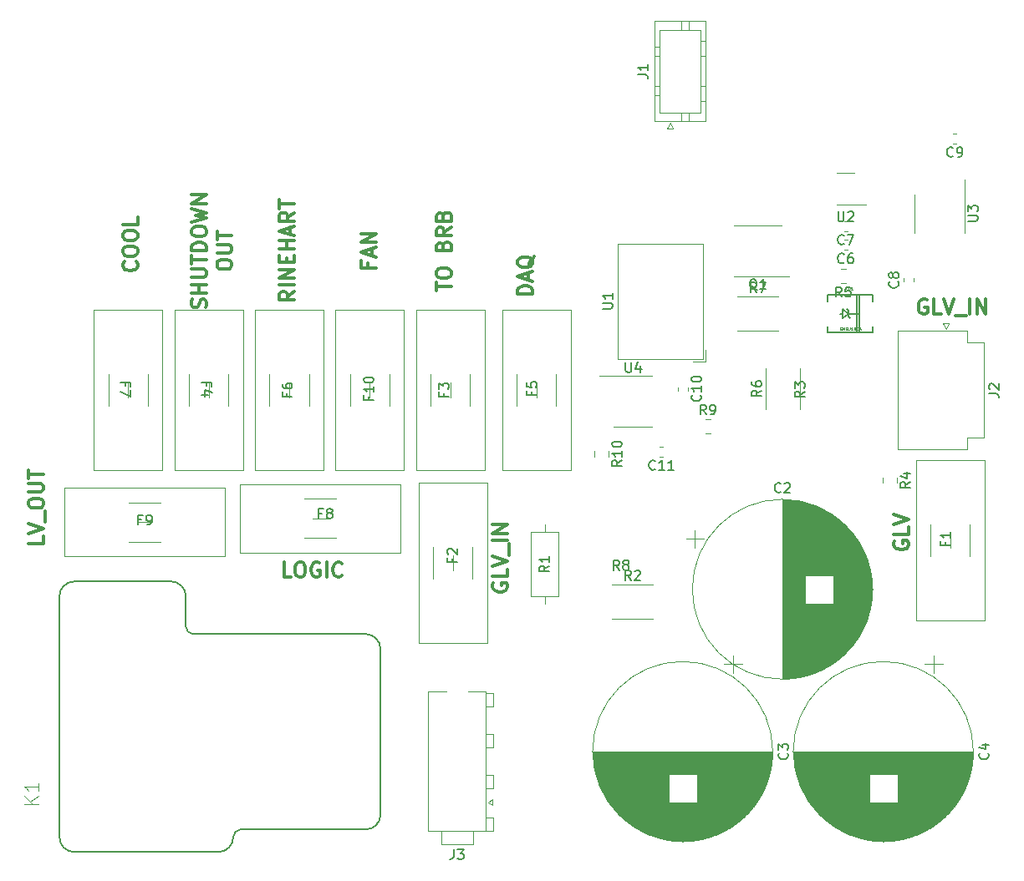
<source format=gto>
%TF.GenerationSoftware,KiCad,Pcbnew,5.1.5-52549c5~84~ubuntu18.04.1*%
%TF.CreationDate,2020-02-26T10:28:26-05:00*%
%TF.ProjectId,LV_Breakout,4c565f42-7265-4616-9b6f-75742e6b6963,rev?*%
%TF.SameCoordinates,PX678e028PY6d01460*%
%TF.FileFunction,Legend,Top*%
%TF.FilePolarity,Positive*%
%FSLAX46Y46*%
G04 Gerber Fmt 4.6, Leading zero omitted, Abs format (unit mm)*
G04 Created by KiCad (PCBNEW 5.1.5-52549c5~84~ubuntu18.04.1) date 2020-02-26 10:28:26*
%MOMM*%
%LPD*%
G04 APERTURE LIST*
%ADD10C,0.300000*%
%ADD11C,0.120000*%
%ADD12C,0.127000*%
%ADD13C,0.150000*%
%ADD14C,0.015000*%
%ADD15C,0.074930*%
%ADD16C,0.076200*%
G04 APERTURE END LIST*
D10*
X90690000Y32797858D02*
X90618571Y32655000D01*
X90618571Y32440715D01*
X90690000Y32226429D01*
X90832857Y32083572D01*
X90975714Y32012143D01*
X91261428Y31940715D01*
X91475714Y31940715D01*
X91761428Y32012143D01*
X91904285Y32083572D01*
X92047142Y32226429D01*
X92118571Y32440715D01*
X92118571Y32583572D01*
X92047142Y32797858D01*
X91975714Y32869286D01*
X91475714Y32869286D01*
X91475714Y32583572D01*
X92118571Y34226429D02*
X92118571Y33512143D01*
X90618571Y33512143D01*
X90618571Y34512143D02*
X92118571Y35012143D01*
X90618571Y35512143D01*
X93948571Y57265000D02*
X93805714Y57336429D01*
X93591428Y57336429D01*
X93377142Y57265000D01*
X93234285Y57122143D01*
X93162857Y56979286D01*
X93091428Y56693572D01*
X93091428Y56479286D01*
X93162857Y56193572D01*
X93234285Y56050715D01*
X93377142Y55907858D01*
X93591428Y55836429D01*
X93734285Y55836429D01*
X93948571Y55907858D01*
X94020000Y55979286D01*
X94020000Y56479286D01*
X93734285Y56479286D01*
X95377142Y55836429D02*
X94662857Y55836429D01*
X94662857Y57336429D01*
X95662857Y57336429D02*
X96162857Y55836429D01*
X96662857Y57336429D01*
X96805714Y55693572D02*
X97948571Y55693572D01*
X98305714Y55836429D02*
X98305714Y57336429D01*
X99020000Y55836429D02*
X99020000Y57336429D01*
X99877142Y55836429D01*
X99877142Y57336429D01*
X50050000Y28543572D02*
X49978571Y28400715D01*
X49978571Y28186429D01*
X50050000Y27972143D01*
X50192857Y27829286D01*
X50335714Y27757858D01*
X50621428Y27686429D01*
X50835714Y27686429D01*
X51121428Y27757858D01*
X51264285Y27829286D01*
X51407142Y27972143D01*
X51478571Y28186429D01*
X51478571Y28329286D01*
X51407142Y28543572D01*
X51335714Y28615000D01*
X50835714Y28615000D01*
X50835714Y28329286D01*
X51478571Y29972143D02*
X51478571Y29257858D01*
X49978571Y29257858D01*
X49978571Y30257858D02*
X51478571Y30757858D01*
X49978571Y31257858D01*
X51621428Y31400715D02*
X51621428Y32543572D01*
X51478571Y32900715D02*
X49978571Y32900715D01*
X51478571Y33615000D02*
X49978571Y33615000D01*
X51478571Y34472143D01*
X49978571Y34472143D01*
X29571428Y29166429D02*
X28857142Y29166429D01*
X28857142Y30666429D01*
X30357142Y30666429D02*
X30642857Y30666429D01*
X30785714Y30595000D01*
X30928571Y30452143D01*
X31000000Y30166429D01*
X31000000Y29666429D01*
X30928571Y29380715D01*
X30785714Y29237858D01*
X30642857Y29166429D01*
X30357142Y29166429D01*
X30214285Y29237858D01*
X30071428Y29380715D01*
X30000000Y29666429D01*
X30000000Y30166429D01*
X30071428Y30452143D01*
X30214285Y30595000D01*
X30357142Y30666429D01*
X32428571Y30595000D02*
X32285714Y30666429D01*
X32071428Y30666429D01*
X31857142Y30595000D01*
X31714285Y30452143D01*
X31642857Y30309286D01*
X31571428Y30023572D01*
X31571428Y29809286D01*
X31642857Y29523572D01*
X31714285Y29380715D01*
X31857142Y29237858D01*
X32071428Y29166429D01*
X32214285Y29166429D01*
X32428571Y29237858D01*
X32500000Y29309286D01*
X32500000Y29809286D01*
X32214285Y29809286D01*
X33142857Y29166429D02*
X33142857Y30666429D01*
X34714285Y29309286D02*
X34642857Y29237858D01*
X34428571Y29166429D01*
X34285714Y29166429D01*
X34071428Y29237858D01*
X33928571Y29380715D01*
X33857142Y29523572D01*
X33785714Y29809286D01*
X33785714Y30023572D01*
X33857142Y30309286D01*
X33928571Y30452143D01*
X34071428Y30595000D01*
X34285714Y30666429D01*
X34428571Y30666429D01*
X34642857Y30595000D01*
X34714285Y30523572D01*
X4488571Y33302143D02*
X4488571Y32587858D01*
X2988571Y32587858D01*
X2988571Y33587858D02*
X4488571Y34087858D01*
X2988571Y34587858D01*
X4631428Y34730715D02*
X4631428Y35873572D01*
X2988571Y36516429D02*
X2988571Y36802143D01*
X3060000Y36945000D01*
X3202857Y37087858D01*
X3488571Y37159286D01*
X3988571Y37159286D01*
X4274285Y37087858D01*
X4417142Y36945000D01*
X4488571Y36802143D01*
X4488571Y36516429D01*
X4417142Y36373572D01*
X4274285Y36230715D01*
X3988571Y36159286D01*
X3488571Y36159286D01*
X3202857Y36230715D01*
X3060000Y36373572D01*
X2988571Y36516429D01*
X2988571Y37802143D02*
X4202857Y37802143D01*
X4345714Y37873572D01*
X4417142Y37945000D01*
X4488571Y38087858D01*
X4488571Y38373572D01*
X4417142Y38516429D01*
X4345714Y38587858D01*
X4202857Y38659286D01*
X2988571Y38659286D01*
X2988571Y39159286D02*
X2988571Y40016429D01*
X4488571Y39587858D02*
X2988571Y39587858D01*
X54018571Y57868572D02*
X52518571Y57868572D01*
X52518571Y58225715D01*
X52590000Y58440000D01*
X52732857Y58582858D01*
X52875714Y58654286D01*
X53161428Y58725715D01*
X53375714Y58725715D01*
X53661428Y58654286D01*
X53804285Y58582858D01*
X53947142Y58440000D01*
X54018571Y58225715D01*
X54018571Y57868572D01*
X53590000Y59297143D02*
X53590000Y60011429D01*
X54018571Y59154286D02*
X52518571Y59654286D01*
X54018571Y60154286D01*
X54161428Y61654286D02*
X54090000Y61511429D01*
X53947142Y61368572D01*
X53732857Y61154286D01*
X53661428Y61011429D01*
X53661428Y60868572D01*
X54018571Y60940000D02*
X53947142Y60797143D01*
X53804285Y60654286D01*
X53518571Y60582858D01*
X53018571Y60582858D01*
X52732857Y60654286D01*
X52590000Y60797143D01*
X52518571Y60940000D01*
X52518571Y61225715D01*
X52590000Y61368572D01*
X52732857Y61511429D01*
X53018571Y61582858D01*
X53518571Y61582858D01*
X53804285Y61511429D01*
X53947142Y61368572D01*
X54018571Y61225715D01*
X54018571Y60940000D01*
X44263571Y58194286D02*
X44263571Y59051429D01*
X45763571Y58622858D02*
X44263571Y58622858D01*
X44263571Y59837143D02*
X44263571Y60122858D01*
X44335000Y60265715D01*
X44477857Y60408572D01*
X44763571Y60480000D01*
X45263571Y60480000D01*
X45549285Y60408572D01*
X45692142Y60265715D01*
X45763571Y60122858D01*
X45763571Y59837143D01*
X45692142Y59694286D01*
X45549285Y59551429D01*
X45263571Y59480000D01*
X44763571Y59480000D01*
X44477857Y59551429D01*
X44335000Y59694286D01*
X44263571Y59837143D01*
X44977857Y62765715D02*
X45049285Y62980000D01*
X45120714Y63051429D01*
X45263571Y63122858D01*
X45477857Y63122858D01*
X45620714Y63051429D01*
X45692142Y62980000D01*
X45763571Y62837143D01*
X45763571Y62265715D01*
X44263571Y62265715D01*
X44263571Y62765715D01*
X44335000Y62908572D01*
X44406428Y62980000D01*
X44549285Y63051429D01*
X44692142Y63051429D01*
X44835000Y62980000D01*
X44906428Y62908572D01*
X44977857Y62765715D01*
X44977857Y62265715D01*
X45763571Y64622858D02*
X45049285Y64122858D01*
X45763571Y63765715D02*
X44263571Y63765715D01*
X44263571Y64337143D01*
X44335000Y64480000D01*
X44406428Y64551429D01*
X44549285Y64622858D01*
X44763571Y64622858D01*
X44906428Y64551429D01*
X44977857Y64480000D01*
X45049285Y64337143D01*
X45049285Y63765715D01*
X44977857Y65765715D02*
X45049285Y65980000D01*
X45120714Y66051429D01*
X45263571Y66122858D01*
X45477857Y66122858D01*
X45620714Y66051429D01*
X45692142Y65980000D01*
X45763571Y65837143D01*
X45763571Y65265715D01*
X44263571Y65265715D01*
X44263571Y65765715D01*
X44335000Y65908572D01*
X44406428Y65980000D01*
X44549285Y66051429D01*
X44692142Y66051429D01*
X44835000Y65980000D01*
X44906428Y65908572D01*
X44977857Y65765715D01*
X44977857Y65265715D01*
X37357857Y61015715D02*
X37357857Y60515715D01*
X38143571Y60515715D02*
X36643571Y60515715D01*
X36643571Y61230000D01*
X37715000Y61730000D02*
X37715000Y62444286D01*
X38143571Y61587143D02*
X36643571Y62087143D01*
X38143571Y62587143D01*
X38143571Y63087143D02*
X36643571Y63087143D01*
X38143571Y63944286D01*
X36643571Y63944286D01*
X29888571Y58122858D02*
X29174285Y57622858D01*
X29888571Y57265715D02*
X28388571Y57265715D01*
X28388571Y57837143D01*
X28460000Y57980000D01*
X28531428Y58051429D01*
X28674285Y58122858D01*
X28888571Y58122858D01*
X29031428Y58051429D01*
X29102857Y57980000D01*
X29174285Y57837143D01*
X29174285Y57265715D01*
X29888571Y58765715D02*
X28388571Y58765715D01*
X29888571Y59480000D02*
X28388571Y59480000D01*
X29888571Y60337143D01*
X28388571Y60337143D01*
X29102857Y61051429D02*
X29102857Y61551429D01*
X29888571Y61765715D02*
X29888571Y61051429D01*
X28388571Y61051429D01*
X28388571Y61765715D01*
X29888571Y62408572D02*
X28388571Y62408572D01*
X29102857Y62408572D02*
X29102857Y63265715D01*
X29888571Y63265715D02*
X28388571Y63265715D01*
X29460000Y63908572D02*
X29460000Y64622858D01*
X29888571Y63765715D02*
X28388571Y64265715D01*
X29888571Y64765715D01*
X29888571Y66122858D02*
X29174285Y65622858D01*
X29888571Y65265715D02*
X28388571Y65265715D01*
X28388571Y65837143D01*
X28460000Y65980000D01*
X28531428Y66051429D01*
X28674285Y66122858D01*
X28888571Y66122858D01*
X29031428Y66051429D01*
X29102857Y65980000D01*
X29174285Y65837143D01*
X29174285Y65265715D01*
X28388571Y66551429D02*
X28388571Y67408572D01*
X29888571Y66980000D02*
X28388571Y66980000D01*
X20922142Y56480000D02*
X20993571Y56694286D01*
X20993571Y57051429D01*
X20922142Y57194286D01*
X20850714Y57265715D01*
X20707857Y57337143D01*
X20565000Y57337143D01*
X20422142Y57265715D01*
X20350714Y57194286D01*
X20279285Y57051429D01*
X20207857Y56765715D01*
X20136428Y56622858D01*
X20065000Y56551429D01*
X19922142Y56480000D01*
X19779285Y56480000D01*
X19636428Y56551429D01*
X19565000Y56622858D01*
X19493571Y56765715D01*
X19493571Y57122858D01*
X19565000Y57337143D01*
X20993571Y57980000D02*
X19493571Y57980000D01*
X20207857Y57980000D02*
X20207857Y58837143D01*
X20993571Y58837143D02*
X19493571Y58837143D01*
X19493571Y59551429D02*
X20707857Y59551429D01*
X20850714Y59622858D01*
X20922142Y59694286D01*
X20993571Y59837143D01*
X20993571Y60122858D01*
X20922142Y60265715D01*
X20850714Y60337143D01*
X20707857Y60408572D01*
X19493571Y60408572D01*
X19493571Y60908572D02*
X19493571Y61765715D01*
X20993571Y61337143D02*
X19493571Y61337143D01*
X20993571Y62265715D02*
X19493571Y62265715D01*
X19493571Y62622858D01*
X19565000Y62837143D01*
X19707857Y62980000D01*
X19850714Y63051429D01*
X20136428Y63122858D01*
X20350714Y63122858D01*
X20636428Y63051429D01*
X20779285Y62980000D01*
X20922142Y62837143D01*
X20993571Y62622858D01*
X20993571Y62265715D01*
X19493571Y64051429D02*
X19493571Y64337143D01*
X19565000Y64480000D01*
X19707857Y64622858D01*
X19993571Y64694286D01*
X20493571Y64694286D01*
X20779285Y64622858D01*
X20922142Y64480000D01*
X20993571Y64337143D01*
X20993571Y64051429D01*
X20922142Y63908572D01*
X20779285Y63765715D01*
X20493571Y63694286D01*
X19993571Y63694286D01*
X19707857Y63765715D01*
X19565000Y63908572D01*
X19493571Y64051429D01*
X19493571Y65194286D02*
X20993571Y65551429D01*
X19922142Y65837143D01*
X20993571Y66122858D01*
X19493571Y66480000D01*
X20993571Y67051429D02*
X19493571Y67051429D01*
X20993571Y67908572D01*
X19493571Y67908572D01*
X22043571Y60730000D02*
X22043571Y61015715D01*
X22115000Y61158572D01*
X22257857Y61301429D01*
X22543571Y61372858D01*
X23043571Y61372858D01*
X23329285Y61301429D01*
X23472142Y61158572D01*
X23543571Y61015715D01*
X23543571Y60730000D01*
X23472142Y60587143D01*
X23329285Y60444286D01*
X23043571Y60372858D01*
X22543571Y60372858D01*
X22257857Y60444286D01*
X22115000Y60587143D01*
X22043571Y60730000D01*
X22043571Y62015715D02*
X23257857Y62015715D01*
X23400714Y62087143D01*
X23472142Y62158572D01*
X23543571Y62301429D01*
X23543571Y62587143D01*
X23472142Y62730000D01*
X23400714Y62801429D01*
X23257857Y62872858D01*
X22043571Y62872858D01*
X22043571Y63372858D02*
X22043571Y64230000D01*
X23543571Y63801429D02*
X22043571Y63801429D01*
X13870714Y61150715D02*
X13942142Y61079286D01*
X14013571Y60865000D01*
X14013571Y60722143D01*
X13942142Y60507858D01*
X13799285Y60365000D01*
X13656428Y60293572D01*
X13370714Y60222143D01*
X13156428Y60222143D01*
X12870714Y60293572D01*
X12727857Y60365000D01*
X12585000Y60507858D01*
X12513571Y60722143D01*
X12513571Y60865000D01*
X12585000Y61079286D01*
X12656428Y61150715D01*
X12513571Y62079286D02*
X12513571Y62365000D01*
X12585000Y62507858D01*
X12727857Y62650715D01*
X13013571Y62722143D01*
X13513571Y62722143D01*
X13799285Y62650715D01*
X13942142Y62507858D01*
X14013571Y62365000D01*
X14013571Y62079286D01*
X13942142Y61936429D01*
X13799285Y61793572D01*
X13513571Y61722143D01*
X13013571Y61722143D01*
X12727857Y61793572D01*
X12585000Y61936429D01*
X12513571Y62079286D01*
X12513571Y63650715D02*
X12513571Y63936429D01*
X12585000Y64079286D01*
X12727857Y64222143D01*
X13013571Y64293572D01*
X13513571Y64293572D01*
X13799285Y64222143D01*
X13942142Y64079286D01*
X14013571Y63936429D01*
X14013571Y63650715D01*
X13942142Y63507858D01*
X13799285Y63365000D01*
X13513571Y63293572D01*
X13013571Y63293572D01*
X12727857Y63365000D01*
X12585000Y63507858D01*
X12513571Y63650715D01*
X14013571Y65650715D02*
X14013571Y64936429D01*
X12513571Y64936429D01*
D11*
%TO.C,J3*%
X46355000Y3395000D02*
X49255000Y3395000D01*
X49255000Y3395000D02*
X49255000Y17585000D01*
X49255000Y17585000D02*
X47458302Y17585000D01*
X46355000Y3395000D02*
X43455000Y3395000D01*
X43455000Y3395000D02*
X43455000Y17585000D01*
X43455000Y17585000D02*
X45251698Y17585000D01*
X47965000Y3395000D02*
X47965000Y2095000D01*
X47965000Y2095000D02*
X44745000Y2095000D01*
X44745000Y2095000D02*
X44745000Y3395000D01*
X49255000Y3395000D02*
X50015000Y3395000D01*
X50015000Y3395000D02*
X50015000Y4755000D01*
X50015000Y4755000D02*
X49255000Y4755000D01*
X49255000Y7740000D02*
X50015000Y7740000D01*
X50015000Y7740000D02*
X50015000Y9100000D01*
X50015000Y9100000D02*
X49255000Y9100000D01*
X49255000Y11880000D02*
X50015000Y11880000D01*
X50015000Y11880000D02*
X50015000Y13240000D01*
X50015000Y13240000D02*
X49255000Y13240000D01*
X49255000Y16020000D02*
X50015000Y16020000D01*
X50015000Y16020000D02*
X50015000Y17380000D01*
X50015000Y17380000D02*
X49255000Y17380000D01*
X49555000Y6350000D02*
X49979264Y6650000D01*
X49979264Y6650000D02*
X49979264Y6050000D01*
X49979264Y6050000D02*
X49555000Y6350000D01*
%TO.C,C9*%
X96931267Y74170000D02*
X96588733Y74170000D01*
X96931267Y73150000D02*
X96588733Y73150000D01*
%TO.C,J1*%
X67645000Y74610000D02*
X67945000Y75210000D01*
X68245000Y74610000D02*
X67645000Y74610000D01*
X67945000Y75210000D02*
X68245000Y74610000D01*
X66335000Y85530000D02*
X66335000Y75410000D01*
X71555000Y85530000D02*
X66335000Y85530000D01*
X71555000Y75410000D02*
X71555000Y85530000D01*
X66335000Y75410000D02*
X71555000Y75410000D01*
X71555000Y83500000D02*
X71045000Y83500000D01*
X71555000Y82000000D02*
X71045000Y82000000D01*
X71555000Y77440000D02*
X71045000Y77440000D01*
X71555000Y78940000D02*
X71045000Y78940000D01*
X66335000Y82940000D02*
X66845000Y82940000D01*
X66335000Y82000000D02*
X66845000Y82000000D01*
X66335000Y78000000D02*
X66845000Y78000000D01*
X66335000Y78940000D02*
X66845000Y78940000D01*
X69845000Y85530000D02*
X69845000Y84670000D01*
X69845000Y75410000D02*
X69845000Y76270000D01*
X69045000Y85530000D02*
X69045000Y84670000D01*
X69045000Y75410000D02*
X69045000Y76270000D01*
X66845000Y84670000D02*
X66845000Y76270000D01*
X71045000Y84670000D02*
X66845000Y84670000D01*
X71045000Y76270000D02*
X71045000Y84670000D01*
X66845000Y76270000D02*
X71045000Y76270000D01*
%TO.C,C11*%
X67241267Y42420000D02*
X66898733Y42420000D01*
X67241267Y41400000D02*
X66898733Y41400000D01*
%TO.C,U4*%
X64200000Y49550000D02*
X60750000Y49550000D01*
X64200000Y49550000D02*
X66150000Y49550000D01*
X64200000Y44430000D02*
X62250000Y44430000D01*
X64200000Y44430000D02*
X66150000Y44430000D01*
%TO.C,U3*%
X97810000Y66040000D02*
X97810000Y69490000D01*
X97810000Y66040000D02*
X97810000Y64090000D01*
X92690000Y66040000D02*
X92690000Y67990000D01*
X92690000Y66040000D02*
X92690000Y64090000D01*
%TO.C,U2*%
X84825000Y66970000D02*
X87775000Y66970000D01*
X86625000Y70190000D02*
X84825000Y70190000D01*
%TO.C,U1*%
X71515000Y50999000D02*
X71515000Y52239000D01*
X70275000Y50999000D02*
X71515000Y50999000D01*
X62655000Y62960000D02*
X71275000Y62960000D01*
X62655000Y51239000D02*
X71275000Y51239000D01*
X71275000Y51239000D02*
X71275000Y62960000D01*
X62655000Y51239000D02*
X62655000Y62960000D01*
%TO.C,R10*%
X60250000Y41926252D02*
X60250000Y41403748D01*
X61670000Y41926252D02*
X61670000Y41403748D01*
%TO.C,R9*%
X71493748Y43740000D02*
X72016252Y43740000D01*
X71493748Y45160000D02*
X72016252Y45160000D01*
%TO.C,R7*%
X74782936Y54170000D02*
X78887064Y54170000D01*
X74782936Y57590000D02*
X78887064Y57590000D01*
%TO.C,R6*%
X81085000Y46207936D02*
X81085000Y50312064D01*
X77665000Y46207936D02*
X77665000Y50312064D01*
%TO.C,R5*%
X85741252Y60400000D02*
X85218748Y60400000D01*
X85741252Y58980000D02*
X85218748Y58980000D01*
%TO.C,R4*%
X89460000Y39241252D02*
X89460000Y38718748D01*
X90880000Y39241252D02*
X90880000Y38718748D01*
%TO.C,R2*%
X62082936Y24960000D02*
X66187064Y24960000D01*
X62082936Y28380000D02*
X66187064Y28380000D01*
%TO.C,R1*%
X55245000Y34520000D02*
X55245000Y33750000D01*
X55245000Y26440000D02*
X55245000Y27210000D01*
X53875000Y33750000D02*
X53875000Y27210000D01*
X56615000Y33750000D02*
X53875000Y33750000D01*
X56615000Y27210000D02*
X56615000Y33750000D01*
X53875000Y27210000D02*
X56615000Y27210000D01*
%TO.C,Q1*%
X74435000Y59630000D02*
X80035000Y59630000D01*
X74435000Y64830000D02*
X79235000Y64830000D01*
D12*
%TO.C,K1*%
X38605900Y21892580D02*
X38605900Y5080820D01*
X7596000Y28725000D02*
X17395780Y28725000D01*
X19657900Y23392700D02*
X37105800Y23392700D01*
X23695900Y2818700D02*
X23695900Y2794800D01*
X18895900Y27224600D02*
X18895900Y24154700D01*
X37105800Y3580700D02*
X24457900Y3580700D01*
X22195780Y1295000D02*
X7596000Y1295000D01*
X6095900Y2794800D02*
X6095900Y27224600D01*
X37105799Y23392700D02*
G75*
G02X38605900Y21892580I-12J-1500113D01*
G01*
X17395779Y28725000D02*
G75*
G02X18895906Y27224600I-139J-1500266D01*
G01*
X6095900Y27224599D02*
G75*
G02X7596000Y28724700I1500103J-2D01*
G01*
X7596001Y1295000D02*
G75*
G02X6095900Y2794800I-148J1499953D01*
G01*
X23695900Y2794801D02*
G75*
G02X22195780Y1294700I-1500113J12D01*
G01*
X38605900Y5080821D02*
G75*
G02X37105800Y3580700I-1500113J-8D01*
G01*
X19657900Y23392700D02*
G75*
G02X18895900Y24154700I0J762000D01*
G01*
X23695900Y2818700D02*
G75*
G02X24457900Y3580700I762000J0D01*
G01*
D11*
%TO.C,J2*%
X96185000Y54930000D02*
X95885000Y54330000D01*
X95585000Y54930000D02*
X96185000Y54930000D01*
X95885000Y54330000D02*
X95585000Y54930000D01*
X90975000Y42090000D02*
X90975000Y54130000D01*
X97995000Y42090000D02*
X90975000Y42090000D01*
X97995000Y43290000D02*
X97995000Y42090000D01*
X99695000Y43290000D02*
X97995000Y43290000D01*
X99695000Y52930000D02*
X99695000Y43290000D01*
X97995000Y52930000D02*
X99695000Y52930000D01*
X97995000Y54130000D02*
X97995000Y52930000D01*
X90975000Y54130000D02*
X97995000Y54130000D01*
%TO.C,F10*%
X34062140Y40040000D02*
X41002140Y40040000D01*
X41002140Y40040000D02*
X41002140Y56240000D01*
X41002140Y56240000D02*
X34062140Y56240000D01*
X34062140Y56240000D02*
X34062140Y40040000D01*
X37532140Y47390000D02*
X37532140Y48890000D01*
X39532140Y49740000D02*
X39532140Y46540000D01*
X35532140Y46540000D02*
X35532140Y49740000D01*
%TO.C,F9*%
X22825000Y31250000D02*
X22825000Y38190000D01*
X22825000Y38190000D02*
X6625000Y38190000D01*
X6625000Y38190000D02*
X6625000Y31250000D01*
X6625000Y31250000D02*
X22825000Y31250000D01*
X15475000Y34720000D02*
X13975000Y34720000D01*
X13125000Y36720000D02*
X16325000Y36720000D01*
X16325000Y32720000D02*
X13125000Y32720000D01*
%TO.C,F8*%
X24405000Y38600000D02*
X24405000Y31660000D01*
X24405000Y31660000D02*
X40605000Y31660000D01*
X40605000Y31660000D02*
X40605000Y38600000D01*
X40605000Y38600000D02*
X24405000Y38600000D01*
X31755000Y35130000D02*
X33255000Y35130000D01*
X34105000Y33130000D02*
X30905000Y33130000D01*
X30905000Y37130000D02*
X34105000Y37130000D01*
%TO.C,F7*%
X9569285Y40040000D02*
X16509285Y40040000D01*
X16509285Y40040000D02*
X16509285Y56240000D01*
X16509285Y56240000D02*
X9569285Y56240000D01*
X9569285Y56240000D02*
X9569285Y40040000D01*
X13039285Y47390000D02*
X13039285Y48890000D01*
X15039285Y49740000D02*
X15039285Y46540000D01*
X11039285Y46540000D02*
X11039285Y49740000D01*
%TO.C,F6*%
X25897855Y40040000D02*
X32837855Y40040000D01*
X32837855Y40040000D02*
X32837855Y56240000D01*
X32837855Y56240000D02*
X25897855Y56240000D01*
X25897855Y56240000D02*
X25897855Y40040000D01*
X29367855Y47390000D02*
X29367855Y48890000D01*
X31367855Y49740000D02*
X31367855Y46540000D01*
X27367855Y46540000D02*
X27367855Y49740000D01*
%TO.C,F5*%
X50935000Y40040000D02*
X57875000Y40040000D01*
X57875000Y40040000D02*
X57875000Y56240000D01*
X57875000Y56240000D02*
X50935000Y56240000D01*
X50935000Y56240000D02*
X50935000Y40040000D01*
X54405000Y47390000D02*
X54405000Y48890000D01*
X56405000Y49740000D02*
X56405000Y46540000D01*
X52405000Y46540000D02*
X52405000Y49740000D01*
%TO.C,F4*%
X17733570Y40040000D02*
X24673570Y40040000D01*
X24673570Y40040000D02*
X24673570Y56240000D01*
X24673570Y56240000D02*
X17733570Y56240000D01*
X17733570Y56240000D02*
X17733570Y40040000D01*
X21203570Y47390000D02*
X21203570Y48890000D01*
X23203570Y49740000D02*
X23203570Y46540000D01*
X19203570Y46540000D02*
X19203570Y49740000D01*
%TO.C,F3*%
X49166425Y56240000D02*
X42226425Y56240000D01*
X42226425Y56240000D02*
X42226425Y40040000D01*
X42226425Y40040000D02*
X49166425Y40040000D01*
X49166425Y40040000D02*
X49166425Y56240000D01*
X45696425Y48890000D02*
X45696425Y47390000D01*
X43696425Y46540000D02*
X43696425Y49740000D01*
X47696425Y49740000D02*
X47696425Y46540000D01*
%TO.C,F2*%
X49395000Y38700000D02*
X42455000Y38700000D01*
X42455000Y38700000D02*
X42455000Y22500000D01*
X42455000Y22500000D02*
X49395000Y22500000D01*
X49395000Y22500000D02*
X49395000Y38700000D01*
X45925000Y31350000D02*
X45925000Y29850000D01*
X43925000Y29000000D02*
X43925000Y32200000D01*
X47925000Y32200000D02*
X47925000Y29000000D01*
%TO.C,F1*%
X92845000Y24800000D02*
X99785000Y24800000D01*
X99785000Y24800000D02*
X99785000Y41000000D01*
X99785000Y41000000D02*
X92845000Y41000000D01*
X92845000Y41000000D02*
X92845000Y24800000D01*
X96315000Y32150000D02*
X96315000Y33650000D01*
X98315000Y34500000D02*
X98315000Y31300000D01*
X94315000Y31300000D02*
X94315000Y34500000D01*
D12*
%TO.C,D1*%
X86027260Y55880000D02*
X87137240Y55880000D01*
X86027260Y55562500D02*
X86184740Y55405020D01*
X86027260Y55880000D02*
X86027260Y55562500D01*
X86027260Y56197500D02*
X85869780Y56354980D01*
X86027260Y55880000D02*
X86027260Y56197500D01*
X85392260Y55405020D02*
X86027260Y55880000D01*
X85392260Y55880000D02*
X85392260Y55405020D01*
X85392260Y56354980D02*
X85392260Y55880000D01*
X86027260Y55880000D02*
X85392260Y56354980D01*
X83868260Y57150000D02*
X83868260Y57785000D01*
X88440260Y53975000D02*
X88440260Y54610000D01*
X83868260Y53975000D02*
X88440260Y53975000D01*
X83868260Y54610000D02*
X83868260Y53975000D01*
X87144860Y53975000D02*
X87144860Y57785000D01*
X86814660Y53975000D02*
X86814660Y57785000D01*
X88440260Y57785000D02*
X88440260Y57150000D01*
X83868260Y57785000D02*
X88440260Y57785000D01*
X85392260Y55880000D02*
X85189060Y55880000D01*
D11*
%TO.C,C10*%
X68705000Y48431267D02*
X68705000Y48088733D01*
X69725000Y48431267D02*
X69725000Y48088733D01*
%TO.C,C8*%
X92585000Y59123733D02*
X92585000Y59466267D01*
X91565000Y59123733D02*
X91565000Y59466267D01*
%TO.C,C7*%
X85896267Y65280000D02*
X85553733Y65280000D01*
X85896267Y64260000D02*
X85553733Y64260000D01*
%TO.C,C6*%
X85896267Y63375000D02*
X85553733Y63375000D01*
X85896267Y62355000D02*
X85553733Y62355000D01*
%TO.C,C4*%
X95550000Y20349440D02*
X93750000Y20349440D01*
X94650000Y21249440D02*
X94650000Y19449440D01*
X89575000Y2370000D02*
X89495000Y2370000D01*
X90349000Y2410000D02*
X88721000Y2410000D01*
X90701000Y2450000D02*
X88369000Y2450000D01*
X90970000Y2490000D02*
X88100000Y2490000D01*
X91196000Y2530000D02*
X87874000Y2530000D01*
X91395000Y2570000D02*
X87675000Y2570000D01*
X91574000Y2610000D02*
X87496000Y2610000D01*
X91738000Y2650000D02*
X87332000Y2650000D01*
X91890000Y2690000D02*
X87180000Y2690000D01*
X92033000Y2730000D02*
X87037000Y2730000D01*
X92167000Y2770000D02*
X86903000Y2770000D01*
X92294000Y2810000D02*
X86776000Y2810000D01*
X92415000Y2850000D02*
X86655000Y2850000D01*
X92531000Y2890000D02*
X86539000Y2890000D01*
X92642000Y2930000D02*
X86428000Y2930000D01*
X92749000Y2970000D02*
X86321000Y2970000D01*
X92852000Y3010000D02*
X86218000Y3010000D01*
X92951000Y3050000D02*
X86119000Y3050000D01*
X93047000Y3090000D02*
X86023000Y3090000D01*
X93140000Y3130000D02*
X85930000Y3130000D01*
X93231000Y3170000D02*
X85839000Y3170000D01*
X93319000Y3210000D02*
X85751000Y3210000D01*
X93404000Y3250000D02*
X85666000Y3250000D01*
X93487000Y3290000D02*
X85583000Y3290000D01*
X93568000Y3329000D02*
X85502000Y3329000D01*
X93648000Y3369000D02*
X85422000Y3369000D01*
X93725000Y3409000D02*
X85345000Y3409000D01*
X93800000Y3449000D02*
X85270000Y3449000D01*
X93874000Y3489000D02*
X85196000Y3489000D01*
X93947000Y3529000D02*
X85123000Y3529000D01*
X94017000Y3569000D02*
X85053000Y3569000D01*
X94087000Y3609000D02*
X84983000Y3609000D01*
X94155000Y3649000D02*
X84915000Y3649000D01*
X94221000Y3689000D02*
X84849000Y3689000D01*
X94287000Y3729000D02*
X84783000Y3729000D01*
X94351000Y3769000D02*
X84719000Y3769000D01*
X94414000Y3809000D02*
X84656000Y3809000D01*
X94476000Y3849000D02*
X84594000Y3849000D01*
X94537000Y3889000D02*
X84533000Y3889000D01*
X94597000Y3929000D02*
X84473000Y3929000D01*
X94655000Y3969000D02*
X84415000Y3969000D01*
X94713000Y4009000D02*
X84357000Y4009000D01*
X94770000Y4049000D02*
X84300000Y4049000D01*
X94826000Y4089000D02*
X84244000Y4089000D01*
X94881000Y4129000D02*
X84189000Y4129000D01*
X94935000Y4169000D02*
X84135000Y4169000D01*
X94989000Y4209000D02*
X84081000Y4209000D01*
X95041000Y4249000D02*
X84029000Y4249000D01*
X95093000Y4289000D02*
X83977000Y4289000D01*
X95144000Y4329000D02*
X83926000Y4329000D01*
X95195000Y4369000D02*
X83875000Y4369000D01*
X95244000Y4409000D02*
X83826000Y4409000D01*
X95293000Y4449000D02*
X83777000Y4449000D01*
X95341000Y4489000D02*
X83729000Y4489000D01*
X95389000Y4529000D02*
X83681000Y4529000D01*
X95436000Y4569000D02*
X83634000Y4569000D01*
X95482000Y4609000D02*
X83588000Y4609000D01*
X95528000Y4649000D02*
X83542000Y4649000D01*
X95573000Y4689000D02*
X83497000Y4689000D01*
X95617000Y4729000D02*
X83453000Y4729000D01*
X95661000Y4769000D02*
X83409000Y4769000D01*
X95705000Y4809000D02*
X83365000Y4809000D01*
X95747000Y4849000D02*
X83323000Y4849000D01*
X95789000Y4889000D02*
X83281000Y4889000D01*
X95831000Y4929000D02*
X83239000Y4929000D01*
X95872000Y4969000D02*
X83198000Y4969000D01*
X95913000Y5009000D02*
X83157000Y5009000D01*
X95953000Y5049000D02*
X83117000Y5049000D01*
X95993000Y5089000D02*
X83077000Y5089000D01*
X96032000Y5129000D02*
X83038000Y5129000D01*
X96071000Y5169000D02*
X82999000Y5169000D01*
X96109000Y5209000D02*
X82961000Y5209000D01*
X96147000Y5249000D02*
X82923000Y5249000D01*
X96184000Y5289000D02*
X82886000Y5289000D01*
X96221000Y5329000D02*
X82849000Y5329000D01*
X96257000Y5369000D02*
X82813000Y5369000D01*
X96293000Y5409000D02*
X82777000Y5409000D01*
X96329000Y5449000D02*
X82741000Y5449000D01*
X96364000Y5489000D02*
X82706000Y5489000D01*
X96399000Y5529000D02*
X82671000Y5529000D01*
X96433000Y5569000D02*
X82637000Y5569000D01*
X96467000Y5609000D02*
X82603000Y5609000D01*
X96500000Y5649000D02*
X82570000Y5649000D01*
X96534000Y5689000D02*
X82536000Y5689000D01*
X96566000Y5729000D02*
X82504000Y5729000D01*
X96599000Y5769000D02*
X82471000Y5769000D01*
X96631000Y5809000D02*
X82439000Y5809000D01*
X96662000Y5849000D02*
X82408000Y5849000D01*
X96694000Y5889000D02*
X82376000Y5889000D01*
X96725000Y5929000D02*
X82345000Y5929000D01*
X96755000Y5969000D02*
X82315000Y5969000D01*
X96785000Y6009000D02*
X82285000Y6009000D01*
X96815000Y6049000D02*
X82255000Y6049000D01*
X96845000Y6089000D02*
X82225000Y6089000D01*
X96874000Y6129000D02*
X82196000Y6129000D01*
X96903000Y6169000D02*
X82167000Y6169000D01*
X96932000Y6209000D02*
X82138000Y6209000D01*
X96960000Y6249000D02*
X82110000Y6249000D01*
X96988000Y6289000D02*
X82082000Y6289000D01*
X88095000Y6329000D02*
X82055000Y6329000D01*
X97015000Y6329000D02*
X90975000Y6329000D01*
X88095000Y6369000D02*
X82027000Y6369000D01*
X97043000Y6369000D02*
X90975000Y6369000D01*
X88095000Y6409000D02*
X82000000Y6409000D01*
X97070000Y6409000D02*
X90975000Y6409000D01*
X88095000Y6449000D02*
X81974000Y6449000D01*
X97096000Y6449000D02*
X90975000Y6449000D01*
X88095000Y6489000D02*
X81947000Y6489000D01*
X97123000Y6489000D02*
X90975000Y6489000D01*
X88095000Y6529000D02*
X81921000Y6529000D01*
X97149000Y6529000D02*
X90975000Y6529000D01*
X88095000Y6569000D02*
X81895000Y6569000D01*
X97175000Y6569000D02*
X90975000Y6569000D01*
X88095000Y6609000D02*
X81870000Y6609000D01*
X97200000Y6609000D02*
X90975000Y6609000D01*
X88095000Y6649000D02*
X81845000Y6649000D01*
X97225000Y6649000D02*
X90975000Y6649000D01*
X88095000Y6689000D02*
X81820000Y6689000D01*
X97250000Y6689000D02*
X90975000Y6689000D01*
X88095000Y6729000D02*
X81795000Y6729000D01*
X97275000Y6729000D02*
X90975000Y6729000D01*
X88095000Y6769000D02*
X81771000Y6769000D01*
X97299000Y6769000D02*
X90975000Y6769000D01*
X88095000Y6809000D02*
X81747000Y6809000D01*
X97323000Y6809000D02*
X90975000Y6809000D01*
X88095000Y6849000D02*
X81723000Y6849000D01*
X97347000Y6849000D02*
X90975000Y6849000D01*
X88095000Y6889000D02*
X81700000Y6889000D01*
X97370000Y6889000D02*
X90975000Y6889000D01*
X88095000Y6929000D02*
X81676000Y6929000D01*
X97394000Y6929000D02*
X90975000Y6929000D01*
X88095000Y6969000D02*
X81653000Y6969000D01*
X97417000Y6969000D02*
X90975000Y6969000D01*
X88095000Y7009000D02*
X81631000Y7009000D01*
X97439000Y7009000D02*
X90975000Y7009000D01*
X88095000Y7049000D02*
X81608000Y7049000D01*
X97462000Y7049000D02*
X90975000Y7049000D01*
X88095000Y7089000D02*
X81586000Y7089000D01*
X97484000Y7089000D02*
X90975000Y7089000D01*
X88095000Y7129000D02*
X81564000Y7129000D01*
X97506000Y7129000D02*
X90975000Y7129000D01*
X88095000Y7169000D02*
X81543000Y7169000D01*
X97527000Y7169000D02*
X90975000Y7169000D01*
X88095000Y7209000D02*
X81521000Y7209000D01*
X97549000Y7209000D02*
X90975000Y7209000D01*
X88095000Y7249000D02*
X81500000Y7249000D01*
X97570000Y7249000D02*
X90975000Y7249000D01*
X88095000Y7289000D02*
X81479000Y7289000D01*
X97591000Y7289000D02*
X90975000Y7289000D01*
X88095000Y7329000D02*
X81459000Y7329000D01*
X97611000Y7329000D02*
X90975000Y7329000D01*
X88095000Y7369000D02*
X81438000Y7369000D01*
X97632000Y7369000D02*
X90975000Y7369000D01*
X88095000Y7409000D02*
X81418000Y7409000D01*
X97652000Y7409000D02*
X90975000Y7409000D01*
X88095000Y7449000D02*
X81398000Y7449000D01*
X97672000Y7449000D02*
X90975000Y7449000D01*
X88095000Y7489000D02*
X81379000Y7489000D01*
X97691000Y7489000D02*
X90975000Y7489000D01*
X88095000Y7529000D02*
X81359000Y7529000D01*
X97711000Y7529000D02*
X90975000Y7529000D01*
X88095000Y7569000D02*
X81340000Y7569000D01*
X97730000Y7569000D02*
X90975000Y7569000D01*
X88095000Y7609000D02*
X81321000Y7609000D01*
X97749000Y7609000D02*
X90975000Y7609000D01*
X88095000Y7649000D02*
X81302000Y7649000D01*
X97768000Y7649000D02*
X90975000Y7649000D01*
X88095000Y7689000D02*
X81284000Y7689000D01*
X97786000Y7689000D02*
X90975000Y7689000D01*
X88095000Y7729000D02*
X81266000Y7729000D01*
X97804000Y7729000D02*
X90975000Y7729000D01*
X88095000Y7769000D02*
X81248000Y7769000D01*
X97822000Y7769000D02*
X90975000Y7769000D01*
X88095000Y7809000D02*
X81230000Y7809000D01*
X97840000Y7809000D02*
X90975000Y7809000D01*
X88095000Y7849000D02*
X81212000Y7849000D01*
X97858000Y7849000D02*
X90975000Y7849000D01*
X88095000Y7889000D02*
X81195000Y7889000D01*
X97875000Y7889000D02*
X90975000Y7889000D01*
X88095000Y7929000D02*
X81178000Y7929000D01*
X97892000Y7929000D02*
X90975000Y7929000D01*
X88095000Y7969000D02*
X81161000Y7969000D01*
X97909000Y7969000D02*
X90975000Y7969000D01*
X88095000Y8009000D02*
X81145000Y8009000D01*
X97925000Y8009000D02*
X90975000Y8009000D01*
X88095000Y8049000D02*
X81128000Y8049000D01*
X97942000Y8049000D02*
X90975000Y8049000D01*
X88095000Y8089000D02*
X81112000Y8089000D01*
X97958000Y8089000D02*
X90975000Y8089000D01*
X88095000Y8129000D02*
X81096000Y8129000D01*
X97974000Y8129000D02*
X90975000Y8129000D01*
X88095000Y8169000D02*
X81080000Y8169000D01*
X97990000Y8169000D02*
X90975000Y8169000D01*
X88095000Y8209000D02*
X81065000Y8209000D01*
X98005000Y8209000D02*
X90975000Y8209000D01*
X88095000Y8249000D02*
X81049000Y8249000D01*
X98021000Y8249000D02*
X90975000Y8249000D01*
X88095000Y8289000D02*
X81034000Y8289000D01*
X98036000Y8289000D02*
X90975000Y8289000D01*
X88095000Y8329000D02*
X81019000Y8329000D01*
X98051000Y8329000D02*
X90975000Y8329000D01*
X88095000Y8369000D02*
X81005000Y8369000D01*
X98065000Y8369000D02*
X90975000Y8369000D01*
X88095000Y8409000D02*
X80990000Y8409000D01*
X98080000Y8409000D02*
X90975000Y8409000D01*
X88095000Y8449000D02*
X80976000Y8449000D01*
X98094000Y8449000D02*
X90975000Y8449000D01*
X88095000Y8489000D02*
X80962000Y8489000D01*
X98108000Y8489000D02*
X90975000Y8489000D01*
X88095000Y8529000D02*
X80948000Y8529000D01*
X98122000Y8529000D02*
X90975000Y8529000D01*
X88095000Y8569000D02*
X80935000Y8569000D01*
X98135000Y8569000D02*
X90975000Y8569000D01*
X88095000Y8609000D02*
X80921000Y8609000D01*
X98149000Y8609000D02*
X90975000Y8609000D01*
X88095000Y8649000D02*
X80908000Y8649000D01*
X98162000Y8649000D02*
X90975000Y8649000D01*
X88095000Y8689000D02*
X80895000Y8689000D01*
X98175000Y8689000D02*
X90975000Y8689000D01*
X88095000Y8729000D02*
X80882000Y8729000D01*
X98188000Y8729000D02*
X90975000Y8729000D01*
X88095000Y8769000D02*
X80870000Y8769000D01*
X98200000Y8769000D02*
X90975000Y8769000D01*
X88095000Y8809000D02*
X80857000Y8809000D01*
X98213000Y8809000D02*
X90975000Y8809000D01*
X88095000Y8849000D02*
X80845000Y8849000D01*
X98225000Y8849000D02*
X90975000Y8849000D01*
X88095000Y8889000D02*
X80833000Y8889000D01*
X98237000Y8889000D02*
X90975000Y8889000D01*
X88095000Y8929000D02*
X80821000Y8929000D01*
X98249000Y8929000D02*
X90975000Y8929000D01*
X88095000Y8969000D02*
X80810000Y8969000D01*
X98260000Y8969000D02*
X90975000Y8969000D01*
X88095000Y9009000D02*
X80798000Y9009000D01*
X98272000Y9009000D02*
X90975000Y9009000D01*
X88095000Y9049000D02*
X80787000Y9049000D01*
X98283000Y9049000D02*
X90975000Y9049000D01*
X88095000Y9089000D02*
X80776000Y9089000D01*
X98294000Y9089000D02*
X90975000Y9089000D01*
X88095000Y9129000D02*
X80765000Y9129000D01*
X98305000Y9129000D02*
X90975000Y9129000D01*
X88095000Y9169000D02*
X80755000Y9169000D01*
X98315000Y9169000D02*
X90975000Y9169000D01*
X98326000Y9209000D02*
X80744000Y9209000D01*
X98336000Y9249000D02*
X80734000Y9249000D01*
X98346000Y9289000D02*
X80724000Y9289000D01*
X98356000Y9329000D02*
X80714000Y9329000D01*
X98366000Y9369000D02*
X80704000Y9369000D01*
X98375000Y9409000D02*
X80695000Y9409000D01*
X98384000Y9449000D02*
X80686000Y9449000D01*
X98393000Y9489000D02*
X80677000Y9489000D01*
X98402000Y9529000D02*
X80668000Y9529000D01*
X98411000Y9569000D02*
X80659000Y9569000D01*
X98420000Y9609000D02*
X80650000Y9609000D01*
X98428000Y9649000D02*
X80642000Y9649000D01*
X98436000Y9689000D02*
X80634000Y9689000D01*
X98444000Y9729000D02*
X80626000Y9729000D01*
X98452000Y9769000D02*
X80618000Y9769000D01*
X98459000Y9809000D02*
X80611000Y9809000D01*
X98467000Y9849000D02*
X80603000Y9849000D01*
X98474000Y9889000D02*
X80596000Y9889000D01*
X98481000Y9929000D02*
X80589000Y9929000D01*
X98488000Y9969000D02*
X80582000Y9969000D01*
X98495000Y10009000D02*
X80575000Y10009000D01*
X98501000Y10049000D02*
X80569000Y10049000D01*
X98507000Y10089000D02*
X80563000Y10089000D01*
X98514000Y10129000D02*
X80556000Y10129000D01*
X98519000Y10169000D02*
X80551000Y10169000D01*
X98525000Y10209000D02*
X80545000Y10209000D01*
X98531000Y10249000D02*
X80539000Y10249000D01*
X98536000Y10289000D02*
X80534000Y10289000D01*
X98541000Y10329000D02*
X80529000Y10329000D01*
X98546000Y10369000D02*
X80524000Y10369000D01*
X98551000Y10409000D02*
X80519000Y10409000D01*
X98556000Y10449000D02*
X80514000Y10449000D01*
X98561000Y10489000D02*
X80509000Y10489000D01*
X98565000Y10529000D02*
X80505000Y10529000D01*
X98569000Y10569000D02*
X80501000Y10569000D01*
X98573000Y10609000D02*
X80497000Y10609000D01*
X98577000Y10649000D02*
X80493000Y10649000D01*
X98580000Y10689000D02*
X80490000Y10689000D01*
X98584000Y10729000D02*
X80486000Y10729000D01*
X98587000Y10769000D02*
X80483000Y10769000D01*
X98590000Y10810000D02*
X80480000Y10810000D01*
X98593000Y10850000D02*
X80477000Y10850000D01*
X98596000Y10890000D02*
X80474000Y10890000D01*
X98598000Y10930000D02*
X80472000Y10930000D01*
X98601000Y10970000D02*
X80469000Y10970000D01*
X98603000Y11010000D02*
X80467000Y11010000D01*
X98605000Y11050000D02*
X80465000Y11050000D01*
X98607000Y11090000D02*
X80463000Y11090000D01*
X98608000Y11130000D02*
X80462000Y11130000D01*
X98610000Y11170000D02*
X80460000Y11170000D01*
X98611000Y11210000D02*
X80459000Y11210000D01*
X98612000Y11250000D02*
X80458000Y11250000D01*
X98613000Y11290000D02*
X80457000Y11290000D01*
X98614000Y11330000D02*
X80456000Y11330000D01*
X98615000Y11370000D02*
X80455000Y11370000D01*
X98615000Y11410000D02*
X80455000Y11410000D01*
X98615000Y11450000D02*
X80455000Y11450000D01*
X98616000Y11490000D02*
X80454000Y11490000D01*
X98655000Y11490000D02*
G75*
G03X98655000Y11490000I-9120000J0D01*
G01*
%TO.C,C3*%
X75230000Y20349440D02*
X73430000Y20349440D01*
X74330000Y21249440D02*
X74330000Y19449440D01*
X69255000Y2370000D02*
X69175000Y2370000D01*
X70029000Y2410000D02*
X68401000Y2410000D01*
X70381000Y2450000D02*
X68049000Y2450000D01*
X70650000Y2490000D02*
X67780000Y2490000D01*
X70876000Y2530000D02*
X67554000Y2530000D01*
X71075000Y2570000D02*
X67355000Y2570000D01*
X71254000Y2610000D02*
X67176000Y2610000D01*
X71418000Y2650000D02*
X67012000Y2650000D01*
X71570000Y2690000D02*
X66860000Y2690000D01*
X71713000Y2730000D02*
X66717000Y2730000D01*
X71847000Y2770000D02*
X66583000Y2770000D01*
X71974000Y2810000D02*
X66456000Y2810000D01*
X72095000Y2850000D02*
X66335000Y2850000D01*
X72211000Y2890000D02*
X66219000Y2890000D01*
X72322000Y2930000D02*
X66108000Y2930000D01*
X72429000Y2970000D02*
X66001000Y2970000D01*
X72532000Y3010000D02*
X65898000Y3010000D01*
X72631000Y3050000D02*
X65799000Y3050000D01*
X72727000Y3090000D02*
X65703000Y3090000D01*
X72820000Y3130000D02*
X65610000Y3130000D01*
X72911000Y3170000D02*
X65519000Y3170000D01*
X72999000Y3210000D02*
X65431000Y3210000D01*
X73084000Y3250000D02*
X65346000Y3250000D01*
X73167000Y3290000D02*
X65263000Y3290000D01*
X73248000Y3329000D02*
X65182000Y3329000D01*
X73328000Y3369000D02*
X65102000Y3369000D01*
X73405000Y3409000D02*
X65025000Y3409000D01*
X73480000Y3449000D02*
X64950000Y3449000D01*
X73554000Y3489000D02*
X64876000Y3489000D01*
X73627000Y3529000D02*
X64803000Y3529000D01*
X73697000Y3569000D02*
X64733000Y3569000D01*
X73767000Y3609000D02*
X64663000Y3609000D01*
X73835000Y3649000D02*
X64595000Y3649000D01*
X73901000Y3689000D02*
X64529000Y3689000D01*
X73967000Y3729000D02*
X64463000Y3729000D01*
X74031000Y3769000D02*
X64399000Y3769000D01*
X74094000Y3809000D02*
X64336000Y3809000D01*
X74156000Y3849000D02*
X64274000Y3849000D01*
X74217000Y3889000D02*
X64213000Y3889000D01*
X74277000Y3929000D02*
X64153000Y3929000D01*
X74335000Y3969000D02*
X64095000Y3969000D01*
X74393000Y4009000D02*
X64037000Y4009000D01*
X74450000Y4049000D02*
X63980000Y4049000D01*
X74506000Y4089000D02*
X63924000Y4089000D01*
X74561000Y4129000D02*
X63869000Y4129000D01*
X74615000Y4169000D02*
X63815000Y4169000D01*
X74669000Y4209000D02*
X63761000Y4209000D01*
X74721000Y4249000D02*
X63709000Y4249000D01*
X74773000Y4289000D02*
X63657000Y4289000D01*
X74824000Y4329000D02*
X63606000Y4329000D01*
X74875000Y4369000D02*
X63555000Y4369000D01*
X74924000Y4409000D02*
X63506000Y4409000D01*
X74973000Y4449000D02*
X63457000Y4449000D01*
X75021000Y4489000D02*
X63409000Y4489000D01*
X75069000Y4529000D02*
X63361000Y4529000D01*
X75116000Y4569000D02*
X63314000Y4569000D01*
X75162000Y4609000D02*
X63268000Y4609000D01*
X75208000Y4649000D02*
X63222000Y4649000D01*
X75253000Y4689000D02*
X63177000Y4689000D01*
X75297000Y4729000D02*
X63133000Y4729000D01*
X75341000Y4769000D02*
X63089000Y4769000D01*
X75385000Y4809000D02*
X63045000Y4809000D01*
X75427000Y4849000D02*
X63003000Y4849000D01*
X75469000Y4889000D02*
X62961000Y4889000D01*
X75511000Y4929000D02*
X62919000Y4929000D01*
X75552000Y4969000D02*
X62878000Y4969000D01*
X75593000Y5009000D02*
X62837000Y5009000D01*
X75633000Y5049000D02*
X62797000Y5049000D01*
X75673000Y5089000D02*
X62757000Y5089000D01*
X75712000Y5129000D02*
X62718000Y5129000D01*
X75751000Y5169000D02*
X62679000Y5169000D01*
X75789000Y5209000D02*
X62641000Y5209000D01*
X75827000Y5249000D02*
X62603000Y5249000D01*
X75864000Y5289000D02*
X62566000Y5289000D01*
X75901000Y5329000D02*
X62529000Y5329000D01*
X75937000Y5369000D02*
X62493000Y5369000D01*
X75973000Y5409000D02*
X62457000Y5409000D01*
X76009000Y5449000D02*
X62421000Y5449000D01*
X76044000Y5489000D02*
X62386000Y5489000D01*
X76079000Y5529000D02*
X62351000Y5529000D01*
X76113000Y5569000D02*
X62317000Y5569000D01*
X76147000Y5609000D02*
X62283000Y5609000D01*
X76180000Y5649000D02*
X62250000Y5649000D01*
X76214000Y5689000D02*
X62216000Y5689000D01*
X76246000Y5729000D02*
X62184000Y5729000D01*
X76279000Y5769000D02*
X62151000Y5769000D01*
X76311000Y5809000D02*
X62119000Y5809000D01*
X76342000Y5849000D02*
X62088000Y5849000D01*
X76374000Y5889000D02*
X62056000Y5889000D01*
X76405000Y5929000D02*
X62025000Y5929000D01*
X76435000Y5969000D02*
X61995000Y5969000D01*
X76465000Y6009000D02*
X61965000Y6009000D01*
X76495000Y6049000D02*
X61935000Y6049000D01*
X76525000Y6089000D02*
X61905000Y6089000D01*
X76554000Y6129000D02*
X61876000Y6129000D01*
X76583000Y6169000D02*
X61847000Y6169000D01*
X76612000Y6209000D02*
X61818000Y6209000D01*
X76640000Y6249000D02*
X61790000Y6249000D01*
X76668000Y6289000D02*
X61762000Y6289000D01*
X67775000Y6329000D02*
X61735000Y6329000D01*
X76695000Y6329000D02*
X70655000Y6329000D01*
X67775000Y6369000D02*
X61707000Y6369000D01*
X76723000Y6369000D02*
X70655000Y6369000D01*
X67775000Y6409000D02*
X61680000Y6409000D01*
X76750000Y6409000D02*
X70655000Y6409000D01*
X67775000Y6449000D02*
X61654000Y6449000D01*
X76776000Y6449000D02*
X70655000Y6449000D01*
X67775000Y6489000D02*
X61627000Y6489000D01*
X76803000Y6489000D02*
X70655000Y6489000D01*
X67775000Y6529000D02*
X61601000Y6529000D01*
X76829000Y6529000D02*
X70655000Y6529000D01*
X67775000Y6569000D02*
X61575000Y6569000D01*
X76855000Y6569000D02*
X70655000Y6569000D01*
X67775000Y6609000D02*
X61550000Y6609000D01*
X76880000Y6609000D02*
X70655000Y6609000D01*
X67775000Y6649000D02*
X61525000Y6649000D01*
X76905000Y6649000D02*
X70655000Y6649000D01*
X67775000Y6689000D02*
X61500000Y6689000D01*
X76930000Y6689000D02*
X70655000Y6689000D01*
X67775000Y6729000D02*
X61475000Y6729000D01*
X76955000Y6729000D02*
X70655000Y6729000D01*
X67775000Y6769000D02*
X61451000Y6769000D01*
X76979000Y6769000D02*
X70655000Y6769000D01*
X67775000Y6809000D02*
X61427000Y6809000D01*
X77003000Y6809000D02*
X70655000Y6809000D01*
X67775000Y6849000D02*
X61403000Y6849000D01*
X77027000Y6849000D02*
X70655000Y6849000D01*
X67775000Y6889000D02*
X61380000Y6889000D01*
X77050000Y6889000D02*
X70655000Y6889000D01*
X67775000Y6929000D02*
X61356000Y6929000D01*
X77074000Y6929000D02*
X70655000Y6929000D01*
X67775000Y6969000D02*
X61333000Y6969000D01*
X77097000Y6969000D02*
X70655000Y6969000D01*
X67775000Y7009000D02*
X61311000Y7009000D01*
X77119000Y7009000D02*
X70655000Y7009000D01*
X67775000Y7049000D02*
X61288000Y7049000D01*
X77142000Y7049000D02*
X70655000Y7049000D01*
X67775000Y7089000D02*
X61266000Y7089000D01*
X77164000Y7089000D02*
X70655000Y7089000D01*
X67775000Y7129000D02*
X61244000Y7129000D01*
X77186000Y7129000D02*
X70655000Y7129000D01*
X67775000Y7169000D02*
X61223000Y7169000D01*
X77207000Y7169000D02*
X70655000Y7169000D01*
X67775000Y7209000D02*
X61201000Y7209000D01*
X77229000Y7209000D02*
X70655000Y7209000D01*
X67775000Y7249000D02*
X61180000Y7249000D01*
X77250000Y7249000D02*
X70655000Y7249000D01*
X67775000Y7289000D02*
X61159000Y7289000D01*
X77271000Y7289000D02*
X70655000Y7289000D01*
X67775000Y7329000D02*
X61139000Y7329000D01*
X77291000Y7329000D02*
X70655000Y7329000D01*
X67775000Y7369000D02*
X61118000Y7369000D01*
X77312000Y7369000D02*
X70655000Y7369000D01*
X67775000Y7409000D02*
X61098000Y7409000D01*
X77332000Y7409000D02*
X70655000Y7409000D01*
X67775000Y7449000D02*
X61078000Y7449000D01*
X77352000Y7449000D02*
X70655000Y7449000D01*
X67775000Y7489000D02*
X61059000Y7489000D01*
X77371000Y7489000D02*
X70655000Y7489000D01*
X67775000Y7529000D02*
X61039000Y7529000D01*
X77391000Y7529000D02*
X70655000Y7529000D01*
X67775000Y7569000D02*
X61020000Y7569000D01*
X77410000Y7569000D02*
X70655000Y7569000D01*
X67775000Y7609000D02*
X61001000Y7609000D01*
X77429000Y7609000D02*
X70655000Y7609000D01*
X67775000Y7649000D02*
X60982000Y7649000D01*
X77448000Y7649000D02*
X70655000Y7649000D01*
X67775000Y7689000D02*
X60964000Y7689000D01*
X77466000Y7689000D02*
X70655000Y7689000D01*
X67775000Y7729000D02*
X60946000Y7729000D01*
X77484000Y7729000D02*
X70655000Y7729000D01*
X67775000Y7769000D02*
X60928000Y7769000D01*
X77502000Y7769000D02*
X70655000Y7769000D01*
X67775000Y7809000D02*
X60910000Y7809000D01*
X77520000Y7809000D02*
X70655000Y7809000D01*
X67775000Y7849000D02*
X60892000Y7849000D01*
X77538000Y7849000D02*
X70655000Y7849000D01*
X67775000Y7889000D02*
X60875000Y7889000D01*
X77555000Y7889000D02*
X70655000Y7889000D01*
X67775000Y7929000D02*
X60858000Y7929000D01*
X77572000Y7929000D02*
X70655000Y7929000D01*
X67775000Y7969000D02*
X60841000Y7969000D01*
X77589000Y7969000D02*
X70655000Y7969000D01*
X67775000Y8009000D02*
X60825000Y8009000D01*
X77605000Y8009000D02*
X70655000Y8009000D01*
X67775000Y8049000D02*
X60808000Y8049000D01*
X77622000Y8049000D02*
X70655000Y8049000D01*
X67775000Y8089000D02*
X60792000Y8089000D01*
X77638000Y8089000D02*
X70655000Y8089000D01*
X67775000Y8129000D02*
X60776000Y8129000D01*
X77654000Y8129000D02*
X70655000Y8129000D01*
X67775000Y8169000D02*
X60760000Y8169000D01*
X77670000Y8169000D02*
X70655000Y8169000D01*
X67775000Y8209000D02*
X60745000Y8209000D01*
X77685000Y8209000D02*
X70655000Y8209000D01*
X67775000Y8249000D02*
X60729000Y8249000D01*
X77701000Y8249000D02*
X70655000Y8249000D01*
X67775000Y8289000D02*
X60714000Y8289000D01*
X77716000Y8289000D02*
X70655000Y8289000D01*
X67775000Y8329000D02*
X60699000Y8329000D01*
X77731000Y8329000D02*
X70655000Y8329000D01*
X67775000Y8369000D02*
X60685000Y8369000D01*
X77745000Y8369000D02*
X70655000Y8369000D01*
X67775000Y8409000D02*
X60670000Y8409000D01*
X77760000Y8409000D02*
X70655000Y8409000D01*
X67775000Y8449000D02*
X60656000Y8449000D01*
X77774000Y8449000D02*
X70655000Y8449000D01*
X67775000Y8489000D02*
X60642000Y8489000D01*
X77788000Y8489000D02*
X70655000Y8489000D01*
X67775000Y8529000D02*
X60628000Y8529000D01*
X77802000Y8529000D02*
X70655000Y8529000D01*
X67775000Y8569000D02*
X60615000Y8569000D01*
X77815000Y8569000D02*
X70655000Y8569000D01*
X67775000Y8609000D02*
X60601000Y8609000D01*
X77829000Y8609000D02*
X70655000Y8609000D01*
X67775000Y8649000D02*
X60588000Y8649000D01*
X77842000Y8649000D02*
X70655000Y8649000D01*
X67775000Y8689000D02*
X60575000Y8689000D01*
X77855000Y8689000D02*
X70655000Y8689000D01*
X67775000Y8729000D02*
X60562000Y8729000D01*
X77868000Y8729000D02*
X70655000Y8729000D01*
X67775000Y8769000D02*
X60550000Y8769000D01*
X77880000Y8769000D02*
X70655000Y8769000D01*
X67775000Y8809000D02*
X60537000Y8809000D01*
X77893000Y8809000D02*
X70655000Y8809000D01*
X67775000Y8849000D02*
X60525000Y8849000D01*
X77905000Y8849000D02*
X70655000Y8849000D01*
X67775000Y8889000D02*
X60513000Y8889000D01*
X77917000Y8889000D02*
X70655000Y8889000D01*
X67775000Y8929000D02*
X60501000Y8929000D01*
X77929000Y8929000D02*
X70655000Y8929000D01*
X67775000Y8969000D02*
X60490000Y8969000D01*
X77940000Y8969000D02*
X70655000Y8969000D01*
X67775000Y9009000D02*
X60478000Y9009000D01*
X77952000Y9009000D02*
X70655000Y9009000D01*
X67775000Y9049000D02*
X60467000Y9049000D01*
X77963000Y9049000D02*
X70655000Y9049000D01*
X67775000Y9089000D02*
X60456000Y9089000D01*
X77974000Y9089000D02*
X70655000Y9089000D01*
X67775000Y9129000D02*
X60445000Y9129000D01*
X77985000Y9129000D02*
X70655000Y9129000D01*
X67775000Y9169000D02*
X60435000Y9169000D01*
X77995000Y9169000D02*
X70655000Y9169000D01*
X78006000Y9209000D02*
X60424000Y9209000D01*
X78016000Y9249000D02*
X60414000Y9249000D01*
X78026000Y9289000D02*
X60404000Y9289000D01*
X78036000Y9329000D02*
X60394000Y9329000D01*
X78046000Y9369000D02*
X60384000Y9369000D01*
X78055000Y9409000D02*
X60375000Y9409000D01*
X78064000Y9449000D02*
X60366000Y9449000D01*
X78073000Y9489000D02*
X60357000Y9489000D01*
X78082000Y9529000D02*
X60348000Y9529000D01*
X78091000Y9569000D02*
X60339000Y9569000D01*
X78100000Y9609000D02*
X60330000Y9609000D01*
X78108000Y9649000D02*
X60322000Y9649000D01*
X78116000Y9689000D02*
X60314000Y9689000D01*
X78124000Y9729000D02*
X60306000Y9729000D01*
X78132000Y9769000D02*
X60298000Y9769000D01*
X78139000Y9809000D02*
X60291000Y9809000D01*
X78147000Y9849000D02*
X60283000Y9849000D01*
X78154000Y9889000D02*
X60276000Y9889000D01*
X78161000Y9929000D02*
X60269000Y9929000D01*
X78168000Y9969000D02*
X60262000Y9969000D01*
X78175000Y10009000D02*
X60255000Y10009000D01*
X78181000Y10049000D02*
X60249000Y10049000D01*
X78187000Y10089000D02*
X60243000Y10089000D01*
X78194000Y10129000D02*
X60236000Y10129000D01*
X78199000Y10169000D02*
X60231000Y10169000D01*
X78205000Y10209000D02*
X60225000Y10209000D01*
X78211000Y10249000D02*
X60219000Y10249000D01*
X78216000Y10289000D02*
X60214000Y10289000D01*
X78221000Y10329000D02*
X60209000Y10329000D01*
X78226000Y10369000D02*
X60204000Y10369000D01*
X78231000Y10409000D02*
X60199000Y10409000D01*
X78236000Y10449000D02*
X60194000Y10449000D01*
X78241000Y10489000D02*
X60189000Y10489000D01*
X78245000Y10529000D02*
X60185000Y10529000D01*
X78249000Y10569000D02*
X60181000Y10569000D01*
X78253000Y10609000D02*
X60177000Y10609000D01*
X78257000Y10649000D02*
X60173000Y10649000D01*
X78260000Y10689000D02*
X60170000Y10689000D01*
X78264000Y10729000D02*
X60166000Y10729000D01*
X78267000Y10769000D02*
X60163000Y10769000D01*
X78270000Y10810000D02*
X60160000Y10810000D01*
X78273000Y10850000D02*
X60157000Y10850000D01*
X78276000Y10890000D02*
X60154000Y10890000D01*
X78278000Y10930000D02*
X60152000Y10930000D01*
X78281000Y10970000D02*
X60149000Y10970000D01*
X78283000Y11010000D02*
X60147000Y11010000D01*
X78285000Y11050000D02*
X60145000Y11050000D01*
X78287000Y11090000D02*
X60143000Y11090000D01*
X78288000Y11130000D02*
X60142000Y11130000D01*
X78290000Y11170000D02*
X60140000Y11170000D01*
X78291000Y11210000D02*
X60139000Y11210000D01*
X78292000Y11250000D02*
X60138000Y11250000D01*
X78293000Y11290000D02*
X60137000Y11290000D01*
X78294000Y11330000D02*
X60136000Y11330000D01*
X78295000Y11370000D02*
X60135000Y11370000D01*
X78295000Y11410000D02*
X60135000Y11410000D01*
X78295000Y11450000D02*
X60135000Y11450000D01*
X78296000Y11490000D02*
X60134000Y11490000D01*
X78335000Y11490000D02*
G75*
G03X78335000Y11490000I-9120000J0D01*
G01*
%TO.C,C2*%
X70455560Y33955000D02*
X70455560Y32155000D01*
X69555560Y33055000D02*
X71355560Y33055000D01*
X88435000Y27980000D02*
X88435000Y27900000D01*
X88395000Y28754000D02*
X88395000Y27126000D01*
X88355000Y29106000D02*
X88355000Y26774000D01*
X88315000Y29375000D02*
X88315000Y26505000D01*
X88275000Y29601000D02*
X88275000Y26279000D01*
X88235000Y29800000D02*
X88235000Y26080000D01*
X88195000Y29979000D02*
X88195000Y25901000D01*
X88155000Y30143000D02*
X88155000Y25737000D01*
X88115000Y30295000D02*
X88115000Y25585000D01*
X88075000Y30438000D02*
X88075000Y25442000D01*
X88035000Y30572000D02*
X88035000Y25308000D01*
X87995000Y30699000D02*
X87995000Y25181000D01*
X87955000Y30820000D02*
X87955000Y25060000D01*
X87915000Y30936000D02*
X87915000Y24944000D01*
X87875000Y31047000D02*
X87875000Y24833000D01*
X87835000Y31154000D02*
X87835000Y24726000D01*
X87795000Y31257000D02*
X87795000Y24623000D01*
X87755000Y31356000D02*
X87755000Y24524000D01*
X87715000Y31452000D02*
X87715000Y24428000D01*
X87675000Y31545000D02*
X87675000Y24335000D01*
X87635000Y31636000D02*
X87635000Y24244000D01*
X87595000Y31724000D02*
X87595000Y24156000D01*
X87555000Y31809000D02*
X87555000Y24071000D01*
X87515000Y31892000D02*
X87515000Y23988000D01*
X87476000Y31973000D02*
X87476000Y23907000D01*
X87436000Y32053000D02*
X87436000Y23827000D01*
X87396000Y32130000D02*
X87396000Y23750000D01*
X87356000Y32205000D02*
X87356000Y23675000D01*
X87316000Y32279000D02*
X87316000Y23601000D01*
X87276000Y32352000D02*
X87276000Y23528000D01*
X87236000Y32422000D02*
X87236000Y23458000D01*
X87196000Y32492000D02*
X87196000Y23388000D01*
X87156000Y32560000D02*
X87156000Y23320000D01*
X87116000Y32626000D02*
X87116000Y23254000D01*
X87076000Y32692000D02*
X87076000Y23188000D01*
X87036000Y32756000D02*
X87036000Y23124000D01*
X86996000Y32819000D02*
X86996000Y23061000D01*
X86956000Y32881000D02*
X86956000Y22999000D01*
X86916000Y32942000D02*
X86916000Y22938000D01*
X86876000Y33002000D02*
X86876000Y22878000D01*
X86836000Y33060000D02*
X86836000Y22820000D01*
X86796000Y33118000D02*
X86796000Y22762000D01*
X86756000Y33175000D02*
X86756000Y22705000D01*
X86716000Y33231000D02*
X86716000Y22649000D01*
X86676000Y33286000D02*
X86676000Y22594000D01*
X86636000Y33340000D02*
X86636000Y22540000D01*
X86596000Y33394000D02*
X86596000Y22486000D01*
X86556000Y33446000D02*
X86556000Y22434000D01*
X86516000Y33498000D02*
X86516000Y22382000D01*
X86476000Y33549000D02*
X86476000Y22331000D01*
X86436000Y33600000D02*
X86436000Y22280000D01*
X86396000Y33649000D02*
X86396000Y22231000D01*
X86356000Y33698000D02*
X86356000Y22182000D01*
X86316000Y33746000D02*
X86316000Y22134000D01*
X86276000Y33794000D02*
X86276000Y22086000D01*
X86236000Y33841000D02*
X86236000Y22039000D01*
X86196000Y33887000D02*
X86196000Y21993000D01*
X86156000Y33933000D02*
X86156000Y21947000D01*
X86116000Y33978000D02*
X86116000Y21902000D01*
X86076000Y34022000D02*
X86076000Y21858000D01*
X86036000Y34066000D02*
X86036000Y21814000D01*
X85996000Y34110000D02*
X85996000Y21770000D01*
X85956000Y34152000D02*
X85956000Y21728000D01*
X85916000Y34194000D02*
X85916000Y21686000D01*
X85876000Y34236000D02*
X85876000Y21644000D01*
X85836000Y34277000D02*
X85836000Y21603000D01*
X85796000Y34318000D02*
X85796000Y21562000D01*
X85756000Y34358000D02*
X85756000Y21522000D01*
X85716000Y34398000D02*
X85716000Y21482000D01*
X85676000Y34437000D02*
X85676000Y21443000D01*
X85636000Y34476000D02*
X85636000Y21404000D01*
X85596000Y34514000D02*
X85596000Y21366000D01*
X85556000Y34552000D02*
X85556000Y21328000D01*
X85516000Y34589000D02*
X85516000Y21291000D01*
X85476000Y34626000D02*
X85476000Y21254000D01*
X85436000Y34662000D02*
X85436000Y21218000D01*
X85396000Y34698000D02*
X85396000Y21182000D01*
X85356000Y34734000D02*
X85356000Y21146000D01*
X85316000Y34769000D02*
X85316000Y21111000D01*
X85276000Y34804000D02*
X85276000Y21076000D01*
X85236000Y34838000D02*
X85236000Y21042000D01*
X85196000Y34872000D02*
X85196000Y21008000D01*
X85156000Y34905000D02*
X85156000Y20975000D01*
X85116000Y34939000D02*
X85116000Y20941000D01*
X85076000Y34971000D02*
X85076000Y20909000D01*
X85036000Y35004000D02*
X85036000Y20876000D01*
X84996000Y35036000D02*
X84996000Y20844000D01*
X84956000Y35067000D02*
X84956000Y20813000D01*
X84916000Y35099000D02*
X84916000Y20781000D01*
X84876000Y35130000D02*
X84876000Y20750000D01*
X84836000Y35160000D02*
X84836000Y20720000D01*
X84796000Y35190000D02*
X84796000Y20690000D01*
X84756000Y35220000D02*
X84756000Y20660000D01*
X84716000Y35250000D02*
X84716000Y20630000D01*
X84676000Y35279000D02*
X84676000Y20601000D01*
X84636000Y35308000D02*
X84636000Y20572000D01*
X84596000Y35337000D02*
X84596000Y20543000D01*
X84556000Y35365000D02*
X84556000Y20515000D01*
X84516000Y35393000D02*
X84516000Y20487000D01*
X84476000Y26500000D02*
X84476000Y20460000D01*
X84476000Y35420000D02*
X84476000Y29380000D01*
X84436000Y26500000D02*
X84436000Y20432000D01*
X84436000Y35448000D02*
X84436000Y29380000D01*
X84396000Y26500000D02*
X84396000Y20405000D01*
X84396000Y35475000D02*
X84396000Y29380000D01*
X84356000Y26500000D02*
X84356000Y20379000D01*
X84356000Y35501000D02*
X84356000Y29380000D01*
X84316000Y26500000D02*
X84316000Y20352000D01*
X84316000Y35528000D02*
X84316000Y29380000D01*
X84276000Y26500000D02*
X84276000Y20326000D01*
X84276000Y35554000D02*
X84276000Y29380000D01*
X84236000Y26500000D02*
X84236000Y20300000D01*
X84236000Y35580000D02*
X84236000Y29380000D01*
X84196000Y26500000D02*
X84196000Y20275000D01*
X84196000Y35605000D02*
X84196000Y29380000D01*
X84156000Y26500000D02*
X84156000Y20250000D01*
X84156000Y35630000D02*
X84156000Y29380000D01*
X84116000Y26500000D02*
X84116000Y20225000D01*
X84116000Y35655000D02*
X84116000Y29380000D01*
X84076000Y26500000D02*
X84076000Y20200000D01*
X84076000Y35680000D02*
X84076000Y29380000D01*
X84036000Y26500000D02*
X84036000Y20176000D01*
X84036000Y35704000D02*
X84036000Y29380000D01*
X83996000Y26500000D02*
X83996000Y20152000D01*
X83996000Y35728000D02*
X83996000Y29380000D01*
X83956000Y26500000D02*
X83956000Y20128000D01*
X83956000Y35752000D02*
X83956000Y29380000D01*
X83916000Y26500000D02*
X83916000Y20105000D01*
X83916000Y35775000D02*
X83916000Y29380000D01*
X83876000Y26500000D02*
X83876000Y20081000D01*
X83876000Y35799000D02*
X83876000Y29380000D01*
X83836000Y26500000D02*
X83836000Y20058000D01*
X83836000Y35822000D02*
X83836000Y29380000D01*
X83796000Y26500000D02*
X83796000Y20036000D01*
X83796000Y35844000D02*
X83796000Y29380000D01*
X83756000Y26500000D02*
X83756000Y20013000D01*
X83756000Y35867000D02*
X83756000Y29380000D01*
X83716000Y26500000D02*
X83716000Y19991000D01*
X83716000Y35889000D02*
X83716000Y29380000D01*
X83676000Y26500000D02*
X83676000Y19969000D01*
X83676000Y35911000D02*
X83676000Y29380000D01*
X83636000Y26500000D02*
X83636000Y19948000D01*
X83636000Y35932000D02*
X83636000Y29380000D01*
X83596000Y26500000D02*
X83596000Y19926000D01*
X83596000Y35954000D02*
X83596000Y29380000D01*
X83556000Y26500000D02*
X83556000Y19905000D01*
X83556000Y35975000D02*
X83556000Y29380000D01*
X83516000Y26500000D02*
X83516000Y19884000D01*
X83516000Y35996000D02*
X83516000Y29380000D01*
X83476000Y26500000D02*
X83476000Y19864000D01*
X83476000Y36016000D02*
X83476000Y29380000D01*
X83436000Y26500000D02*
X83436000Y19843000D01*
X83436000Y36037000D02*
X83436000Y29380000D01*
X83396000Y26500000D02*
X83396000Y19823000D01*
X83396000Y36057000D02*
X83396000Y29380000D01*
X83356000Y26500000D02*
X83356000Y19803000D01*
X83356000Y36077000D02*
X83356000Y29380000D01*
X83316000Y26500000D02*
X83316000Y19784000D01*
X83316000Y36096000D02*
X83316000Y29380000D01*
X83276000Y26500000D02*
X83276000Y19764000D01*
X83276000Y36116000D02*
X83276000Y29380000D01*
X83236000Y26500000D02*
X83236000Y19745000D01*
X83236000Y36135000D02*
X83236000Y29380000D01*
X83196000Y26500000D02*
X83196000Y19726000D01*
X83196000Y36154000D02*
X83196000Y29380000D01*
X83156000Y26500000D02*
X83156000Y19707000D01*
X83156000Y36173000D02*
X83156000Y29380000D01*
X83116000Y26500000D02*
X83116000Y19689000D01*
X83116000Y36191000D02*
X83116000Y29380000D01*
X83076000Y26500000D02*
X83076000Y19671000D01*
X83076000Y36209000D02*
X83076000Y29380000D01*
X83036000Y26500000D02*
X83036000Y19653000D01*
X83036000Y36227000D02*
X83036000Y29380000D01*
X82996000Y26500000D02*
X82996000Y19635000D01*
X82996000Y36245000D02*
X82996000Y29380000D01*
X82956000Y26500000D02*
X82956000Y19617000D01*
X82956000Y36263000D02*
X82956000Y29380000D01*
X82916000Y26500000D02*
X82916000Y19600000D01*
X82916000Y36280000D02*
X82916000Y29380000D01*
X82876000Y26500000D02*
X82876000Y19583000D01*
X82876000Y36297000D02*
X82876000Y29380000D01*
X82836000Y26500000D02*
X82836000Y19566000D01*
X82836000Y36314000D02*
X82836000Y29380000D01*
X82796000Y26500000D02*
X82796000Y19550000D01*
X82796000Y36330000D02*
X82796000Y29380000D01*
X82756000Y26500000D02*
X82756000Y19533000D01*
X82756000Y36347000D02*
X82756000Y29380000D01*
X82716000Y26500000D02*
X82716000Y19517000D01*
X82716000Y36363000D02*
X82716000Y29380000D01*
X82676000Y26500000D02*
X82676000Y19501000D01*
X82676000Y36379000D02*
X82676000Y29380000D01*
X82636000Y26500000D02*
X82636000Y19485000D01*
X82636000Y36395000D02*
X82636000Y29380000D01*
X82596000Y26500000D02*
X82596000Y19470000D01*
X82596000Y36410000D02*
X82596000Y29380000D01*
X82556000Y26500000D02*
X82556000Y19454000D01*
X82556000Y36426000D02*
X82556000Y29380000D01*
X82516000Y26500000D02*
X82516000Y19439000D01*
X82516000Y36441000D02*
X82516000Y29380000D01*
X82476000Y26500000D02*
X82476000Y19424000D01*
X82476000Y36456000D02*
X82476000Y29380000D01*
X82436000Y26500000D02*
X82436000Y19410000D01*
X82436000Y36470000D02*
X82436000Y29380000D01*
X82396000Y26500000D02*
X82396000Y19395000D01*
X82396000Y36485000D02*
X82396000Y29380000D01*
X82356000Y26500000D02*
X82356000Y19381000D01*
X82356000Y36499000D02*
X82356000Y29380000D01*
X82316000Y26500000D02*
X82316000Y19367000D01*
X82316000Y36513000D02*
X82316000Y29380000D01*
X82276000Y26500000D02*
X82276000Y19353000D01*
X82276000Y36527000D02*
X82276000Y29380000D01*
X82236000Y26500000D02*
X82236000Y19340000D01*
X82236000Y36540000D02*
X82236000Y29380000D01*
X82196000Y26500000D02*
X82196000Y19326000D01*
X82196000Y36554000D02*
X82196000Y29380000D01*
X82156000Y26500000D02*
X82156000Y19313000D01*
X82156000Y36567000D02*
X82156000Y29380000D01*
X82116000Y26500000D02*
X82116000Y19300000D01*
X82116000Y36580000D02*
X82116000Y29380000D01*
X82076000Y26500000D02*
X82076000Y19287000D01*
X82076000Y36593000D02*
X82076000Y29380000D01*
X82036000Y26500000D02*
X82036000Y19275000D01*
X82036000Y36605000D02*
X82036000Y29380000D01*
X81996000Y26500000D02*
X81996000Y19262000D01*
X81996000Y36618000D02*
X81996000Y29380000D01*
X81956000Y26500000D02*
X81956000Y19250000D01*
X81956000Y36630000D02*
X81956000Y29380000D01*
X81916000Y26500000D02*
X81916000Y19238000D01*
X81916000Y36642000D02*
X81916000Y29380000D01*
X81876000Y26500000D02*
X81876000Y19226000D01*
X81876000Y36654000D02*
X81876000Y29380000D01*
X81836000Y26500000D02*
X81836000Y19215000D01*
X81836000Y36665000D02*
X81836000Y29380000D01*
X81796000Y26500000D02*
X81796000Y19203000D01*
X81796000Y36677000D02*
X81796000Y29380000D01*
X81756000Y26500000D02*
X81756000Y19192000D01*
X81756000Y36688000D02*
X81756000Y29380000D01*
X81716000Y26500000D02*
X81716000Y19181000D01*
X81716000Y36699000D02*
X81716000Y29380000D01*
X81676000Y26500000D02*
X81676000Y19170000D01*
X81676000Y36710000D02*
X81676000Y29380000D01*
X81636000Y26500000D02*
X81636000Y19160000D01*
X81636000Y36720000D02*
X81636000Y29380000D01*
X81596000Y36731000D02*
X81596000Y19149000D01*
X81556000Y36741000D02*
X81556000Y19139000D01*
X81516000Y36751000D02*
X81516000Y19129000D01*
X81476000Y36761000D02*
X81476000Y19119000D01*
X81436000Y36771000D02*
X81436000Y19109000D01*
X81396000Y36780000D02*
X81396000Y19100000D01*
X81356000Y36789000D02*
X81356000Y19091000D01*
X81316000Y36798000D02*
X81316000Y19082000D01*
X81276000Y36807000D02*
X81276000Y19073000D01*
X81236000Y36816000D02*
X81236000Y19064000D01*
X81196000Y36825000D02*
X81196000Y19055000D01*
X81156000Y36833000D02*
X81156000Y19047000D01*
X81116000Y36841000D02*
X81116000Y19039000D01*
X81076000Y36849000D02*
X81076000Y19031000D01*
X81036000Y36857000D02*
X81036000Y19023000D01*
X80996000Y36864000D02*
X80996000Y19016000D01*
X80956000Y36872000D02*
X80956000Y19008000D01*
X80916000Y36879000D02*
X80916000Y19001000D01*
X80876000Y36886000D02*
X80876000Y18994000D01*
X80836000Y36893000D02*
X80836000Y18987000D01*
X80796000Y36900000D02*
X80796000Y18980000D01*
X80756000Y36906000D02*
X80756000Y18974000D01*
X80716000Y36912000D02*
X80716000Y18968000D01*
X80676000Y36919000D02*
X80676000Y18961000D01*
X80636000Y36924000D02*
X80636000Y18956000D01*
X80596000Y36930000D02*
X80596000Y18950000D01*
X80556000Y36936000D02*
X80556000Y18944000D01*
X80516000Y36941000D02*
X80516000Y18939000D01*
X80476000Y36946000D02*
X80476000Y18934000D01*
X80436000Y36951000D02*
X80436000Y18929000D01*
X80396000Y36956000D02*
X80396000Y18924000D01*
X80356000Y36961000D02*
X80356000Y18919000D01*
X80316000Y36966000D02*
X80316000Y18914000D01*
X80276000Y36970000D02*
X80276000Y18910000D01*
X80236000Y36974000D02*
X80236000Y18906000D01*
X80196000Y36978000D02*
X80196000Y18902000D01*
X80156000Y36982000D02*
X80156000Y18898000D01*
X80116000Y36985000D02*
X80116000Y18895000D01*
X80076000Y36989000D02*
X80076000Y18891000D01*
X80036000Y36992000D02*
X80036000Y18888000D01*
X79995000Y36995000D02*
X79995000Y18885000D01*
X79955000Y36998000D02*
X79955000Y18882000D01*
X79915000Y37001000D02*
X79915000Y18879000D01*
X79875000Y37003000D02*
X79875000Y18877000D01*
X79835000Y37006000D02*
X79835000Y18874000D01*
X79795000Y37008000D02*
X79795000Y18872000D01*
X79755000Y37010000D02*
X79755000Y18870000D01*
X79715000Y37012000D02*
X79715000Y18868000D01*
X79675000Y37013000D02*
X79675000Y18867000D01*
X79635000Y37015000D02*
X79635000Y18865000D01*
X79595000Y37016000D02*
X79595000Y18864000D01*
X79555000Y37017000D02*
X79555000Y18863000D01*
X79515000Y37018000D02*
X79515000Y18862000D01*
X79475000Y37019000D02*
X79475000Y18861000D01*
X79435000Y37020000D02*
X79435000Y18860000D01*
X79395000Y37020000D02*
X79395000Y18860000D01*
X79355000Y37020000D02*
X79355000Y18860000D01*
X79315000Y37021000D02*
X79315000Y18859000D01*
X88435000Y27940000D02*
G75*
G03X88435000Y27940000I-9120000J0D01*
G01*
%TO.C,R8*%
D13*
X62798333Y29872620D02*
X62465000Y30348810D01*
X62226904Y29872620D02*
X62226904Y30872620D01*
X62607857Y30872620D01*
X62703095Y30825000D01*
X62750714Y30777381D01*
X62798333Y30682143D01*
X62798333Y30539286D01*
X62750714Y30444048D01*
X62703095Y30396429D01*
X62607857Y30348810D01*
X62226904Y30348810D01*
X63369761Y30444048D02*
X63274523Y30491667D01*
X63226904Y30539286D01*
X63179285Y30634524D01*
X63179285Y30682143D01*
X63226904Y30777381D01*
X63274523Y30825000D01*
X63369761Y30872620D01*
X63560238Y30872620D01*
X63655476Y30825000D01*
X63703095Y30777381D01*
X63750714Y30682143D01*
X63750714Y30634524D01*
X63703095Y30539286D01*
X63655476Y30491667D01*
X63560238Y30444048D01*
X63369761Y30444048D01*
X63274523Y30396429D01*
X63226904Y30348810D01*
X63179285Y30253572D01*
X63179285Y30063096D01*
X63226904Y29967858D01*
X63274523Y29920239D01*
X63369761Y29872620D01*
X63560238Y29872620D01*
X63655476Y29920239D01*
X63703095Y29967858D01*
X63750714Y30063096D01*
X63750714Y30253572D01*
X63703095Y30348810D01*
X63655476Y30396429D01*
X63560238Y30444048D01*
%TO.C,R3*%
X81577380Y47993334D02*
X81101190Y47660000D01*
X81577380Y47421905D02*
X80577380Y47421905D01*
X80577380Y47802858D01*
X80625000Y47898096D01*
X80672619Y47945715D01*
X80767857Y47993334D01*
X80910714Y47993334D01*
X81005952Y47945715D01*
X81053571Y47898096D01*
X81101190Y47802858D01*
X81101190Y47421905D01*
X80577380Y48326667D02*
X80577380Y48945715D01*
X80958333Y48612381D01*
X80958333Y48755239D01*
X81005952Y48850477D01*
X81053571Y48898096D01*
X81148809Y48945715D01*
X81386904Y48945715D01*
X81482142Y48898096D01*
X81529761Y48850477D01*
X81577380Y48755239D01*
X81577380Y48469524D01*
X81529761Y48374286D01*
X81482142Y48326667D01*
%TO.C,J3*%
X46021666Y1557620D02*
X46021666Y843334D01*
X45974047Y700477D01*
X45878809Y605239D01*
X45735952Y557620D01*
X45640714Y557620D01*
X46402619Y1557620D02*
X47021666Y1557620D01*
X46688333Y1176667D01*
X46831190Y1176667D01*
X46926428Y1129048D01*
X46974047Y1081429D01*
X47021666Y986191D01*
X47021666Y748096D01*
X46974047Y652858D01*
X46926428Y605239D01*
X46831190Y557620D01*
X46545476Y557620D01*
X46450238Y605239D01*
X46402619Y652858D01*
%TO.C,C9*%
X96593333Y71872858D02*
X96545714Y71825239D01*
X96402857Y71777620D01*
X96307619Y71777620D01*
X96164761Y71825239D01*
X96069523Y71920477D01*
X96021904Y72015715D01*
X95974285Y72206191D01*
X95974285Y72349048D01*
X96021904Y72539524D01*
X96069523Y72634762D01*
X96164761Y72730000D01*
X96307619Y72777620D01*
X96402857Y72777620D01*
X96545714Y72730000D01*
X96593333Y72682381D01*
X97069523Y71777620D02*
X97260000Y71777620D01*
X97355238Y71825239D01*
X97402857Y71872858D01*
X97498095Y72015715D01*
X97545714Y72206191D01*
X97545714Y72587143D01*
X97498095Y72682381D01*
X97450476Y72730000D01*
X97355238Y72777620D01*
X97164761Y72777620D01*
X97069523Y72730000D01*
X97021904Y72682381D01*
X96974285Y72587143D01*
X96974285Y72349048D01*
X97021904Y72253810D01*
X97069523Y72206191D01*
X97164761Y72158572D01*
X97355238Y72158572D01*
X97450476Y72206191D01*
X97498095Y72253810D01*
X97545714Y72349048D01*
%TO.C,J1*%
X64697380Y80136667D02*
X65411666Y80136667D01*
X65554523Y80089048D01*
X65649761Y79993810D01*
X65697380Y79850953D01*
X65697380Y79755715D01*
X65697380Y81136667D02*
X65697380Y80565239D01*
X65697380Y80850953D02*
X64697380Y80850953D01*
X64840238Y80755715D01*
X64935476Y80660477D01*
X64983095Y80565239D01*
%TO.C,C11*%
X66427142Y40122858D02*
X66379523Y40075239D01*
X66236666Y40027620D01*
X66141428Y40027620D01*
X65998571Y40075239D01*
X65903333Y40170477D01*
X65855714Y40265715D01*
X65808095Y40456191D01*
X65808095Y40599048D01*
X65855714Y40789524D01*
X65903333Y40884762D01*
X65998571Y40980000D01*
X66141428Y41027620D01*
X66236666Y41027620D01*
X66379523Y40980000D01*
X66427142Y40932381D01*
X67379523Y40027620D02*
X66808095Y40027620D01*
X67093809Y40027620D02*
X67093809Y41027620D01*
X66998571Y40884762D01*
X66903333Y40789524D01*
X66808095Y40741905D01*
X68331904Y40027620D02*
X67760476Y40027620D01*
X68046190Y40027620D02*
X68046190Y41027620D01*
X67950952Y40884762D01*
X67855714Y40789524D01*
X67760476Y40741905D01*
%TO.C,U4*%
X63438095Y50937620D02*
X63438095Y50128096D01*
X63485714Y50032858D01*
X63533333Y49985239D01*
X63628571Y49937620D01*
X63819047Y49937620D01*
X63914285Y49985239D01*
X63961904Y50032858D01*
X64009523Y50128096D01*
X64009523Y50937620D01*
X64914285Y50604286D02*
X64914285Y49937620D01*
X64676190Y50985239D02*
X64438095Y50270953D01*
X65057142Y50270953D01*
%TO.C,U3*%
X98102380Y65278096D02*
X98911904Y65278096D01*
X99007142Y65325715D01*
X99054761Y65373334D01*
X99102380Y65468572D01*
X99102380Y65659048D01*
X99054761Y65754286D01*
X99007142Y65801905D01*
X98911904Y65849524D01*
X98102380Y65849524D01*
X98102380Y66230477D02*
X98102380Y66849524D01*
X98483333Y66516191D01*
X98483333Y66659048D01*
X98530952Y66754286D01*
X98578571Y66801905D01*
X98673809Y66849524D01*
X98911904Y66849524D01*
X99007142Y66801905D01*
X99054761Y66754286D01*
X99102380Y66659048D01*
X99102380Y66373334D01*
X99054761Y66278096D01*
X99007142Y66230477D01*
%TO.C,U2*%
X84963095Y66227620D02*
X84963095Y65418096D01*
X85010714Y65322858D01*
X85058333Y65275239D01*
X85153571Y65227620D01*
X85344047Y65227620D01*
X85439285Y65275239D01*
X85486904Y65322858D01*
X85534523Y65418096D01*
X85534523Y66227620D01*
X85963095Y66132381D02*
X86010714Y66180000D01*
X86105952Y66227620D01*
X86344047Y66227620D01*
X86439285Y66180000D01*
X86486904Y66132381D01*
X86534523Y66037143D01*
X86534523Y65941905D01*
X86486904Y65799048D01*
X85915476Y65227620D01*
X86534523Y65227620D01*
%TO.C,U1*%
X61107380Y56388096D02*
X61916904Y56388096D01*
X62012142Y56435715D01*
X62059761Y56483334D01*
X62107380Y56578572D01*
X62107380Y56769048D01*
X62059761Y56864286D01*
X62012142Y56911905D01*
X61916904Y56959524D01*
X61107380Y56959524D01*
X62107380Y57959524D02*
X62107380Y57388096D01*
X62107380Y57673810D02*
X61107380Y57673810D01*
X61250238Y57578572D01*
X61345476Y57483334D01*
X61393095Y57388096D01*
%TO.C,R10*%
X63062380Y41022143D02*
X62586190Y40688810D01*
X63062380Y40450715D02*
X62062380Y40450715D01*
X62062380Y40831667D01*
X62110000Y40926905D01*
X62157619Y40974524D01*
X62252857Y41022143D01*
X62395714Y41022143D01*
X62490952Y40974524D01*
X62538571Y40926905D01*
X62586190Y40831667D01*
X62586190Y40450715D01*
X63062380Y41974524D02*
X63062380Y41403096D01*
X63062380Y41688810D02*
X62062380Y41688810D01*
X62205238Y41593572D01*
X62300476Y41498334D01*
X62348095Y41403096D01*
X62062380Y42593572D02*
X62062380Y42688810D01*
X62110000Y42784048D01*
X62157619Y42831667D01*
X62252857Y42879286D01*
X62443333Y42926905D01*
X62681428Y42926905D01*
X62871904Y42879286D01*
X62967142Y42831667D01*
X63014761Y42784048D01*
X63062380Y42688810D01*
X63062380Y42593572D01*
X63014761Y42498334D01*
X62967142Y42450715D01*
X62871904Y42403096D01*
X62681428Y42355477D01*
X62443333Y42355477D01*
X62252857Y42403096D01*
X62157619Y42450715D01*
X62110000Y42498334D01*
X62062380Y42593572D01*
%TO.C,R9*%
X71588333Y45647620D02*
X71255000Y46123810D01*
X71016904Y45647620D02*
X71016904Y46647620D01*
X71397857Y46647620D01*
X71493095Y46600000D01*
X71540714Y46552381D01*
X71588333Y46457143D01*
X71588333Y46314286D01*
X71540714Y46219048D01*
X71493095Y46171429D01*
X71397857Y46123810D01*
X71016904Y46123810D01*
X72064523Y45647620D02*
X72255000Y45647620D01*
X72350238Y45695239D01*
X72397857Y45742858D01*
X72493095Y45885715D01*
X72540714Y46076191D01*
X72540714Y46457143D01*
X72493095Y46552381D01*
X72445476Y46600000D01*
X72350238Y46647620D01*
X72159761Y46647620D01*
X72064523Y46600000D01*
X72016904Y46552381D01*
X71969285Y46457143D01*
X71969285Y46219048D01*
X72016904Y46123810D01*
X72064523Y46076191D01*
X72159761Y46028572D01*
X72350238Y46028572D01*
X72445476Y46076191D01*
X72493095Y46123810D01*
X72540714Y46219048D01*
%TO.C,R7*%
X76668333Y58047620D02*
X76335000Y58523810D01*
X76096904Y58047620D02*
X76096904Y59047620D01*
X76477857Y59047620D01*
X76573095Y59000000D01*
X76620714Y58952381D01*
X76668333Y58857143D01*
X76668333Y58714286D01*
X76620714Y58619048D01*
X76573095Y58571429D01*
X76477857Y58523810D01*
X76096904Y58523810D01*
X77001666Y59047620D02*
X77668333Y59047620D01*
X77239761Y58047620D01*
%TO.C,R6*%
X77207380Y48093334D02*
X76731190Y47760000D01*
X77207380Y47521905D02*
X76207380Y47521905D01*
X76207380Y47902858D01*
X76255000Y47998096D01*
X76302619Y48045715D01*
X76397857Y48093334D01*
X76540714Y48093334D01*
X76635952Y48045715D01*
X76683571Y47998096D01*
X76731190Y47902858D01*
X76731190Y47521905D01*
X76207380Y48950477D02*
X76207380Y48760000D01*
X76255000Y48664762D01*
X76302619Y48617143D01*
X76445476Y48521905D01*
X76635952Y48474286D01*
X77016904Y48474286D01*
X77112142Y48521905D01*
X77159761Y48569524D01*
X77207380Y48664762D01*
X77207380Y48855239D01*
X77159761Y48950477D01*
X77112142Y48998096D01*
X77016904Y49045715D01*
X76778809Y49045715D01*
X76683571Y48998096D01*
X76635952Y48950477D01*
X76588333Y48855239D01*
X76588333Y48664762D01*
X76635952Y48569524D01*
X76683571Y48521905D01*
X76778809Y48474286D01*
%TO.C,R5*%
X85313333Y57587620D02*
X84980000Y58063810D01*
X84741904Y57587620D02*
X84741904Y58587620D01*
X85122857Y58587620D01*
X85218095Y58540000D01*
X85265714Y58492381D01*
X85313333Y58397143D01*
X85313333Y58254286D01*
X85265714Y58159048D01*
X85218095Y58111429D01*
X85122857Y58063810D01*
X84741904Y58063810D01*
X86218095Y58587620D02*
X85741904Y58587620D01*
X85694285Y58111429D01*
X85741904Y58159048D01*
X85837142Y58206667D01*
X86075238Y58206667D01*
X86170476Y58159048D01*
X86218095Y58111429D01*
X86265714Y58016191D01*
X86265714Y57778096D01*
X86218095Y57682858D01*
X86170476Y57635239D01*
X86075238Y57587620D01*
X85837142Y57587620D01*
X85741904Y57635239D01*
X85694285Y57682858D01*
%TO.C,R4*%
X92272380Y38813334D02*
X91796190Y38480000D01*
X92272380Y38241905D02*
X91272380Y38241905D01*
X91272380Y38622858D01*
X91320000Y38718096D01*
X91367619Y38765715D01*
X91462857Y38813334D01*
X91605714Y38813334D01*
X91700952Y38765715D01*
X91748571Y38718096D01*
X91796190Y38622858D01*
X91796190Y38241905D01*
X91605714Y39670477D02*
X92272380Y39670477D01*
X91224761Y39432381D02*
X91939047Y39194286D01*
X91939047Y39813334D01*
%TO.C,R2*%
X63968333Y28837620D02*
X63635000Y29313810D01*
X63396904Y28837620D02*
X63396904Y29837620D01*
X63777857Y29837620D01*
X63873095Y29790000D01*
X63920714Y29742381D01*
X63968333Y29647143D01*
X63968333Y29504286D01*
X63920714Y29409048D01*
X63873095Y29361429D01*
X63777857Y29313810D01*
X63396904Y29313810D01*
X64349285Y29742381D02*
X64396904Y29790000D01*
X64492142Y29837620D01*
X64730238Y29837620D01*
X64825476Y29790000D01*
X64873095Y29742381D01*
X64920714Y29647143D01*
X64920714Y29551905D01*
X64873095Y29409048D01*
X64301666Y28837620D01*
X64920714Y28837620D01*
%TO.C,R1*%
X55697380Y30313334D02*
X55221190Y29980000D01*
X55697380Y29741905D02*
X54697380Y29741905D01*
X54697380Y30122858D01*
X54745000Y30218096D01*
X54792619Y30265715D01*
X54887857Y30313334D01*
X55030714Y30313334D01*
X55125952Y30265715D01*
X55173571Y30218096D01*
X55221190Y30122858D01*
X55221190Y29741905D01*
X55697380Y31265715D02*
X55697380Y30694286D01*
X55697380Y30980000D02*
X54697380Y30980000D01*
X54840238Y30884762D01*
X54935476Y30789524D01*
X54983095Y30694286D01*
%TO.C,Q1*%
X76739761Y58282381D02*
X76644523Y58330000D01*
X76549285Y58425239D01*
X76406428Y58568096D01*
X76311190Y58615715D01*
X76215952Y58615715D01*
X76263571Y58377620D02*
X76168333Y58425239D01*
X76073095Y58520477D01*
X76025476Y58710953D01*
X76025476Y59044286D01*
X76073095Y59234762D01*
X76168333Y59330000D01*
X76263571Y59377620D01*
X76454047Y59377620D01*
X76549285Y59330000D01*
X76644523Y59234762D01*
X76692142Y59044286D01*
X76692142Y58710953D01*
X76644523Y58520477D01*
X76549285Y58425239D01*
X76454047Y58377620D01*
X76263571Y58377620D01*
X77644523Y58377620D02*
X77073095Y58377620D01*
X77358809Y58377620D02*
X77358809Y59377620D01*
X77263571Y59234762D01*
X77168333Y59139524D01*
X77073095Y59091905D01*
%TO.C,K1*%
D14*
X3950268Y6156773D02*
X2549362Y6156773D01*
X3950268Y6957291D02*
X3149750Y6356903D01*
X2549362Y6957291D02*
X3349879Y6156773D01*
X3950268Y8291487D02*
X3950268Y7490970D01*
X3950268Y7891228D02*
X2549362Y7891228D01*
X2749491Y7757809D01*
X2882911Y7624389D01*
X2949621Y7490970D01*
%TO.C,J2*%
D13*
X100237380Y47776667D02*
X100951666Y47776667D01*
X101094523Y47729048D01*
X101189761Y47633810D01*
X101237380Y47490953D01*
X101237380Y47395715D01*
X100332619Y48205239D02*
X100285000Y48252858D01*
X100237380Y48348096D01*
X100237380Y48586191D01*
X100285000Y48681429D01*
X100332619Y48729048D01*
X100427857Y48776667D01*
X100523095Y48776667D01*
X100665952Y48729048D01*
X101237380Y48157620D01*
X101237380Y48776667D01*
%TO.C,F10*%
X37393571Y47450477D02*
X37393571Y47117143D01*
X37917380Y47117143D02*
X36917380Y47117143D01*
X36917380Y47593334D01*
X37917380Y48498096D02*
X37917380Y47926667D01*
X37917380Y48212381D02*
X36917380Y48212381D01*
X37060238Y48117143D01*
X37155476Y48021905D01*
X37203095Y47926667D01*
X36917380Y49117143D02*
X36917380Y49212381D01*
X36965000Y49307620D01*
X37012619Y49355239D01*
X37107857Y49402858D01*
X37298333Y49450477D01*
X37536428Y49450477D01*
X37726904Y49402858D01*
X37822142Y49355239D01*
X37869761Y49307620D01*
X37917380Y49212381D01*
X37917380Y49117143D01*
X37869761Y49021905D01*
X37822142Y48974286D01*
X37726904Y48926667D01*
X37536428Y48879048D01*
X37298333Y48879048D01*
X37107857Y48926667D01*
X37012619Y48974286D01*
X36965000Y49021905D01*
X36917380Y49117143D01*
%TO.C,F9*%
X14391666Y34996429D02*
X14058333Y34996429D01*
X14058333Y34472620D02*
X14058333Y35472620D01*
X14534523Y35472620D01*
X14963095Y34472620D02*
X15153571Y34472620D01*
X15248809Y34520239D01*
X15296428Y34567858D01*
X15391666Y34710715D01*
X15439285Y34901191D01*
X15439285Y35282143D01*
X15391666Y35377381D01*
X15344047Y35425000D01*
X15248809Y35472620D01*
X15058333Y35472620D01*
X14963095Y35425000D01*
X14915476Y35377381D01*
X14867857Y35282143D01*
X14867857Y35044048D01*
X14915476Y34948810D01*
X14963095Y34901191D01*
X15058333Y34853572D01*
X15248809Y34853572D01*
X15344047Y34901191D01*
X15391666Y34948810D01*
X15439285Y35044048D01*
%TO.C,F8*%
X32686666Y35631429D02*
X32353333Y35631429D01*
X32353333Y35107620D02*
X32353333Y36107620D01*
X32829523Y36107620D01*
X33353333Y35679048D02*
X33258095Y35726667D01*
X33210476Y35774286D01*
X33162857Y35869524D01*
X33162857Y35917143D01*
X33210476Y36012381D01*
X33258095Y36060000D01*
X33353333Y36107620D01*
X33543809Y36107620D01*
X33639047Y36060000D01*
X33686666Y36012381D01*
X33734285Y35917143D01*
X33734285Y35869524D01*
X33686666Y35774286D01*
X33639047Y35726667D01*
X33543809Y35679048D01*
X33353333Y35679048D01*
X33258095Y35631429D01*
X33210476Y35583810D01*
X33162857Y35488572D01*
X33162857Y35298096D01*
X33210476Y35202858D01*
X33258095Y35155239D01*
X33353333Y35107620D01*
X33543809Y35107620D01*
X33639047Y35155239D01*
X33686666Y35202858D01*
X33734285Y35298096D01*
X33734285Y35488572D01*
X33686666Y35583810D01*
X33639047Y35631429D01*
X33543809Y35679048D01*
%TO.C,F7*%
X12771428Y48593334D02*
X12771428Y48926667D01*
X12247619Y48926667D02*
X13247619Y48926667D01*
X13247619Y48450477D01*
X13247619Y48164762D02*
X13247619Y47498096D01*
X12247619Y47926667D01*
%TO.C,F6*%
X29138571Y47806667D02*
X29138571Y47473334D01*
X29662380Y47473334D02*
X28662380Y47473334D01*
X28662380Y47949524D01*
X28662380Y48759048D02*
X28662380Y48568572D01*
X28710000Y48473334D01*
X28757619Y48425715D01*
X28900476Y48330477D01*
X29090952Y48282858D01*
X29471904Y48282858D01*
X29567142Y48330477D01*
X29614761Y48378096D01*
X29662380Y48473334D01*
X29662380Y48663810D01*
X29614761Y48759048D01*
X29567142Y48806667D01*
X29471904Y48854286D01*
X29233809Y48854286D01*
X29138571Y48806667D01*
X29090952Y48759048D01*
X29043333Y48663810D01*
X29043333Y48473334D01*
X29090952Y48378096D01*
X29138571Y48330477D01*
X29233809Y48282858D01*
%TO.C,F5*%
X53903571Y47926667D02*
X53903571Y47593334D01*
X54427380Y47593334D02*
X53427380Y47593334D01*
X53427380Y48069524D01*
X53427380Y48926667D02*
X53427380Y48450477D01*
X53903571Y48402858D01*
X53855952Y48450477D01*
X53808333Y48545715D01*
X53808333Y48783810D01*
X53855952Y48879048D01*
X53903571Y48926667D01*
X53998809Y48974286D01*
X54236904Y48974286D01*
X54332142Y48926667D01*
X54379761Y48879048D01*
X54427380Y48783810D01*
X54427380Y48545715D01*
X54379761Y48450477D01*
X54332142Y48402858D01*
%TO.C,F4*%
X21026428Y48593334D02*
X21026428Y48926667D01*
X20502619Y48926667D02*
X21502619Y48926667D01*
X21502619Y48450477D01*
X21169285Y47640953D02*
X20502619Y47640953D01*
X21550238Y47879048D02*
X20835952Y48117143D01*
X20835952Y47498096D01*
%TO.C,F3*%
X45013571Y47806667D02*
X45013571Y47473334D01*
X45537380Y47473334D02*
X44537380Y47473334D01*
X44537380Y47949524D01*
X44537380Y48235239D02*
X44537380Y48854286D01*
X44918333Y48520953D01*
X44918333Y48663810D01*
X44965952Y48759048D01*
X45013571Y48806667D01*
X45108809Y48854286D01*
X45346904Y48854286D01*
X45442142Y48806667D01*
X45489761Y48759048D01*
X45537380Y48663810D01*
X45537380Y48378096D01*
X45489761Y48282858D01*
X45442142Y48235239D01*
%TO.C,F2*%
X45853571Y31016667D02*
X45853571Y30683334D01*
X46377380Y30683334D02*
X45377380Y30683334D01*
X45377380Y31159524D01*
X45472619Y31492858D02*
X45425000Y31540477D01*
X45377380Y31635715D01*
X45377380Y31873810D01*
X45425000Y31969048D01*
X45472619Y32016667D01*
X45567857Y32064286D01*
X45663095Y32064286D01*
X45805952Y32016667D01*
X46377380Y31445239D01*
X46377380Y32064286D01*
%TO.C,F1*%
X95813571Y32686667D02*
X95813571Y32353334D01*
X96337380Y32353334D02*
X95337380Y32353334D01*
X95337380Y32829524D01*
X96337380Y33734286D02*
X96337380Y33162858D01*
X96337380Y33448572D02*
X95337380Y33448572D01*
X95480238Y33353334D01*
X95575476Y33258096D01*
X95623095Y33162858D01*
%TO.C,D1*%
D15*
X85983838Y58294573D02*
X85983838Y58594293D01*
X86055200Y58594293D01*
X86098017Y58580020D01*
X86126561Y58551476D01*
X86140834Y58522931D01*
X86155106Y58465841D01*
X86155106Y58423024D01*
X86140834Y58365935D01*
X86126561Y58337390D01*
X86098017Y58308845D01*
X86055200Y58294573D01*
X85983838Y58294573D01*
X86440554Y58294573D02*
X86269285Y58294573D01*
X86354920Y58294573D02*
X86354920Y58594293D01*
X86326375Y58551476D01*
X86297830Y58522931D01*
X86269285Y58508659D01*
D16*
D15*
X85120359Y54209285D02*
X85163176Y54195013D01*
X85234538Y54195013D01*
X85263082Y54209285D01*
X85277355Y54223558D01*
X85291627Y54252102D01*
X85291627Y54280647D01*
X85277355Y54309192D01*
X85263082Y54323464D01*
X85234538Y54337737D01*
X85177448Y54352009D01*
X85148903Y54366281D01*
X85134631Y54380554D01*
X85120359Y54409099D01*
X85120359Y54437643D01*
X85134631Y54466188D01*
X85148903Y54480460D01*
X85177448Y54494733D01*
X85248810Y54494733D01*
X85291627Y54480460D01*
X85420079Y54195013D02*
X85420079Y54494733D01*
X85519985Y54280647D01*
X85619892Y54494733D01*
X85619892Y54195013D01*
X85862522Y54352009D02*
X85905340Y54337737D01*
X85919612Y54323464D01*
X85933884Y54294920D01*
X85933884Y54252102D01*
X85919612Y54223558D01*
X85905340Y54209285D01*
X85876795Y54195013D01*
X85762616Y54195013D01*
X85762616Y54494733D01*
X85862522Y54494733D01*
X85891067Y54480460D01*
X85905340Y54466188D01*
X85919612Y54437643D01*
X85919612Y54409099D01*
X85905340Y54380554D01*
X85891067Y54366281D01*
X85862522Y54352009D01*
X85762616Y54352009D01*
X86147970Y54494733D02*
X86147970Y54280647D01*
X86133698Y54237830D01*
X86105153Y54209285D01*
X86062336Y54195013D01*
X86033791Y54195013D01*
X86447690Y54195013D02*
X86276421Y54195013D01*
X86362056Y54195013D02*
X86362056Y54494733D01*
X86333511Y54451916D01*
X86304966Y54423371D01*
X86276421Y54409099D01*
X86718865Y54494733D02*
X86576141Y54494733D01*
X86561869Y54352009D01*
X86576141Y54366281D01*
X86604686Y54380554D01*
X86676048Y54380554D01*
X86704593Y54366281D01*
X86718865Y54352009D01*
X86733138Y54323464D01*
X86733138Y54252102D01*
X86718865Y54223558D01*
X86704593Y54209285D01*
X86676048Y54195013D01*
X86604686Y54195013D01*
X86576141Y54209285D01*
X86561869Y54223558D01*
X87032858Y54223558D02*
X87018585Y54209285D01*
X86975768Y54195013D01*
X86947223Y54195013D01*
X86904406Y54209285D01*
X86875861Y54237830D01*
X86861589Y54266375D01*
X86847317Y54323464D01*
X86847317Y54366281D01*
X86861589Y54423371D01*
X86875861Y54451916D01*
X86904406Y54480460D01*
X86947223Y54494733D01*
X86975768Y54494733D01*
X87018585Y54480460D01*
X87032858Y54466188D01*
X87147037Y54280647D02*
X87289760Y54280647D01*
X87118492Y54195013D02*
X87218399Y54494733D01*
X87318305Y54195013D01*
D16*
%TO.C,C10*%
D13*
X71002142Y47617143D02*
X71049761Y47569524D01*
X71097380Y47426667D01*
X71097380Y47331429D01*
X71049761Y47188572D01*
X70954523Y47093334D01*
X70859285Y47045715D01*
X70668809Y46998096D01*
X70525952Y46998096D01*
X70335476Y47045715D01*
X70240238Y47093334D01*
X70145000Y47188572D01*
X70097380Y47331429D01*
X70097380Y47426667D01*
X70145000Y47569524D01*
X70192619Y47617143D01*
X71097380Y48569524D02*
X71097380Y47998096D01*
X71097380Y48283810D02*
X70097380Y48283810D01*
X70240238Y48188572D01*
X70335476Y48093334D01*
X70383095Y47998096D01*
X70097380Y49188572D02*
X70097380Y49283810D01*
X70145000Y49379048D01*
X70192619Y49426667D01*
X70287857Y49474286D01*
X70478333Y49521905D01*
X70716428Y49521905D01*
X70906904Y49474286D01*
X71002142Y49426667D01*
X71049761Y49379048D01*
X71097380Y49283810D01*
X71097380Y49188572D01*
X71049761Y49093334D01*
X71002142Y49045715D01*
X70906904Y48998096D01*
X70716428Y48950477D01*
X70478333Y48950477D01*
X70287857Y48998096D01*
X70192619Y49045715D01*
X70145000Y49093334D01*
X70097380Y49188572D01*
%TO.C,C8*%
X91002142Y59128334D02*
X91049761Y59080715D01*
X91097380Y58937858D01*
X91097380Y58842620D01*
X91049761Y58699762D01*
X90954523Y58604524D01*
X90859285Y58556905D01*
X90668809Y58509286D01*
X90525952Y58509286D01*
X90335476Y58556905D01*
X90240238Y58604524D01*
X90145000Y58699762D01*
X90097380Y58842620D01*
X90097380Y58937858D01*
X90145000Y59080715D01*
X90192619Y59128334D01*
X90525952Y59699762D02*
X90478333Y59604524D01*
X90430714Y59556905D01*
X90335476Y59509286D01*
X90287857Y59509286D01*
X90192619Y59556905D01*
X90145000Y59604524D01*
X90097380Y59699762D01*
X90097380Y59890239D01*
X90145000Y59985477D01*
X90192619Y60033096D01*
X90287857Y60080715D01*
X90335476Y60080715D01*
X90430714Y60033096D01*
X90478333Y59985477D01*
X90525952Y59890239D01*
X90525952Y59699762D01*
X90573571Y59604524D01*
X90621190Y59556905D01*
X90716428Y59509286D01*
X90906904Y59509286D01*
X91002142Y59556905D01*
X91049761Y59604524D01*
X91097380Y59699762D01*
X91097380Y59890239D01*
X91049761Y59985477D01*
X91002142Y60033096D01*
X90906904Y60080715D01*
X90716428Y60080715D01*
X90621190Y60033096D01*
X90573571Y59985477D01*
X90525952Y59890239D01*
%TO.C,C7*%
X85558333Y62982858D02*
X85510714Y62935239D01*
X85367857Y62887620D01*
X85272619Y62887620D01*
X85129761Y62935239D01*
X85034523Y63030477D01*
X84986904Y63125715D01*
X84939285Y63316191D01*
X84939285Y63459048D01*
X84986904Y63649524D01*
X85034523Y63744762D01*
X85129761Y63840000D01*
X85272619Y63887620D01*
X85367857Y63887620D01*
X85510714Y63840000D01*
X85558333Y63792381D01*
X85891666Y63887620D02*
X86558333Y63887620D01*
X86129761Y62887620D01*
%TO.C,C6*%
X85558333Y61077858D02*
X85510714Y61030239D01*
X85367857Y60982620D01*
X85272619Y60982620D01*
X85129761Y61030239D01*
X85034523Y61125477D01*
X84986904Y61220715D01*
X84939285Y61411191D01*
X84939285Y61554048D01*
X84986904Y61744524D01*
X85034523Y61839762D01*
X85129761Y61935000D01*
X85272619Y61982620D01*
X85367857Y61982620D01*
X85510714Y61935000D01*
X85558333Y61887381D01*
X86415476Y61982620D02*
X86225000Y61982620D01*
X86129761Y61935000D01*
X86082142Y61887381D01*
X85986904Y61744524D01*
X85939285Y61554048D01*
X85939285Y61173096D01*
X85986904Y61077858D01*
X86034523Y61030239D01*
X86129761Y60982620D01*
X86320238Y60982620D01*
X86415476Y61030239D01*
X86463095Y61077858D01*
X86510714Y61173096D01*
X86510714Y61411191D01*
X86463095Y61506429D01*
X86415476Y61554048D01*
X86320238Y61601667D01*
X86129761Y61601667D01*
X86034523Y61554048D01*
X85986904Y61506429D01*
X85939285Y61411191D01*
%TO.C,C4*%
X100142142Y11323334D02*
X100189761Y11275715D01*
X100237380Y11132858D01*
X100237380Y11037620D01*
X100189761Y10894762D01*
X100094523Y10799524D01*
X99999285Y10751905D01*
X99808809Y10704286D01*
X99665952Y10704286D01*
X99475476Y10751905D01*
X99380238Y10799524D01*
X99285000Y10894762D01*
X99237380Y11037620D01*
X99237380Y11132858D01*
X99285000Y11275715D01*
X99332619Y11323334D01*
X99570714Y12180477D02*
X100237380Y12180477D01*
X99189761Y11942381D02*
X99904047Y11704286D01*
X99904047Y12323334D01*
%TO.C,C3*%
X79822142Y11323334D02*
X79869761Y11275715D01*
X79917380Y11132858D01*
X79917380Y11037620D01*
X79869761Y10894762D01*
X79774523Y10799524D01*
X79679285Y10751905D01*
X79488809Y10704286D01*
X79345952Y10704286D01*
X79155476Y10751905D01*
X79060238Y10799524D01*
X78965000Y10894762D01*
X78917380Y11037620D01*
X78917380Y11132858D01*
X78965000Y11275715D01*
X79012619Y11323334D01*
X78917380Y11656667D02*
X78917380Y12275715D01*
X79298333Y11942381D01*
X79298333Y12085239D01*
X79345952Y12180477D01*
X79393571Y12228096D01*
X79488809Y12275715D01*
X79726904Y12275715D01*
X79822142Y12228096D01*
X79869761Y12180477D01*
X79917380Y12085239D01*
X79917380Y11799524D01*
X79869761Y11704286D01*
X79822142Y11656667D01*
%TO.C,C2*%
X79148333Y37832858D02*
X79100714Y37785239D01*
X78957857Y37737620D01*
X78862619Y37737620D01*
X78719761Y37785239D01*
X78624523Y37880477D01*
X78576904Y37975715D01*
X78529285Y38166191D01*
X78529285Y38309048D01*
X78576904Y38499524D01*
X78624523Y38594762D01*
X78719761Y38690000D01*
X78862619Y38737620D01*
X78957857Y38737620D01*
X79100714Y38690000D01*
X79148333Y38642381D01*
X79529285Y38642381D02*
X79576904Y38690000D01*
X79672142Y38737620D01*
X79910238Y38737620D01*
X80005476Y38690000D01*
X80053095Y38642381D01*
X80100714Y38547143D01*
X80100714Y38451905D01*
X80053095Y38309048D01*
X79481666Y37737620D01*
X80100714Y37737620D01*
%TD*%
M02*

</source>
